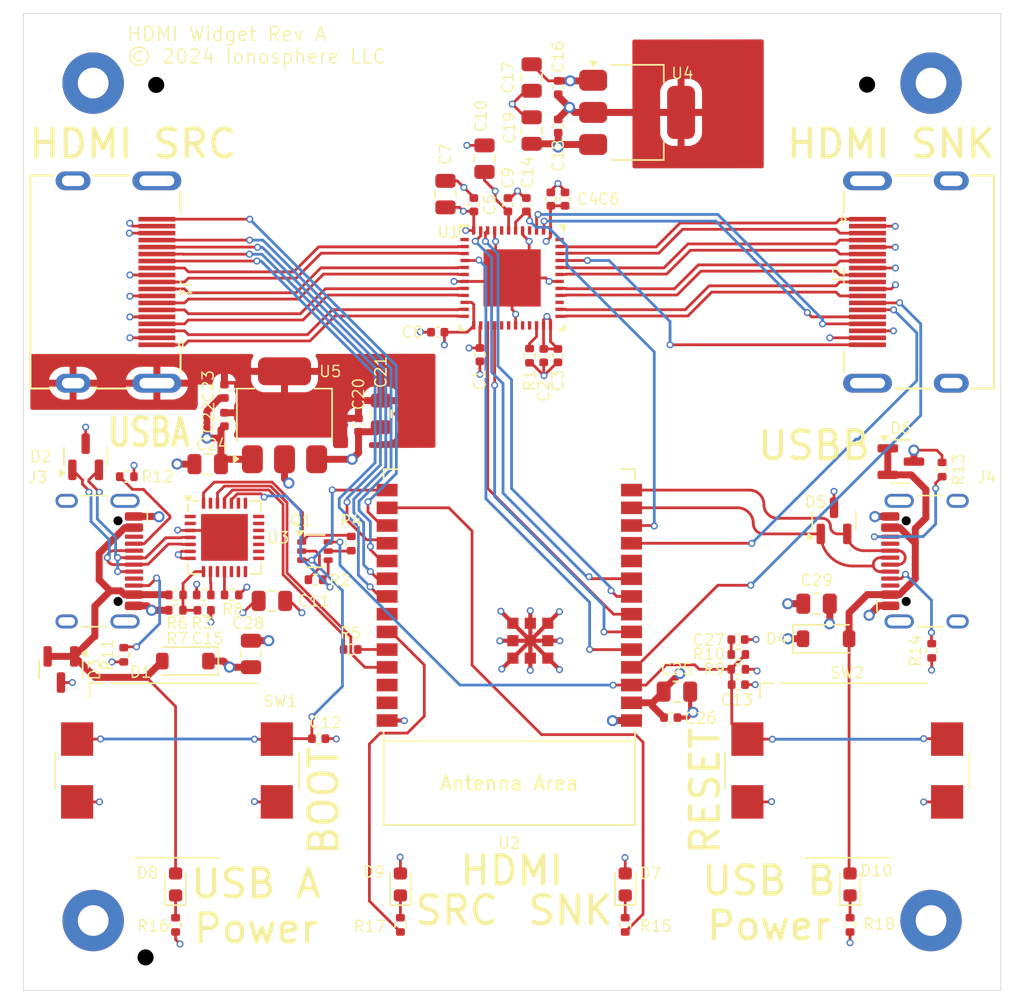
<source format=kicad_pcb>
(kicad_pcb (version 20240108) (generator "pcbnew") (generator_version "8.0")
  (layers (0 "F.Cu" signal) (1 "In1.Cu" power) (2 "In2.Cu" power) (31 "B.Cu" signal) (34 "B.Paste" user) (35 "F.Paste" user) (36 "B.SilkS" user "B.Silkscreen") (37 "F.SilkS" user "F.Silkscreen") (38 "B.Mask" user) (39 "F.Mask" user) (44 "Edge.Cuts" user))
  (net 0 "")
  (net 1 "+1V2")
  (net 2 "GND")
  (net 3 "+3V3")
  (net 4 "+5V")
  (net 5 "/OE")
  (net 6 "/IN_CLKP")
  (net 7 "/SDA_SRC")
  (net 8 "/HPD_SRC")
  (net 9 "/IN_D0P")
  (net 10 "/IN_D2P")
  (net 11 "/UTILITY_SRC")
  (net 12 "/SCL_SRC")
  (net 13 "/IN_D2N")
  (net 14 "/CEC_SRC")
  (net 15 "/IN_CLKN")
  (net 16 "/IN_D1N")
  (net 17 "/IN_D1P")
  (net 18 "/IN_D0N")
  (net 19 "/SCL_SNK")
  (net 20 "/UTILITY_SNK")
  (net 21 "/OUT_D1N")
  (net 22 "/OUT_D2N")
  (net 23 "/HPD_SNK")
  (net 24 "/OUT_D1P")
  (net 25 "/OUT_D2P")
  (net 26 "/OUT_CLKP")
  (net 27 "/CEC_SNK")
  (net 28 "/OUT_CLKN")
  (net 29 "/OUT_D0P")
  (net 30 "/SDA_SNK")
  (net 31 "/OUT_D0N")
  (net 32 "Net-(U1-VSADJ)")
  (net 35 "/SCL_SRC_RT")
  (net 36 "/SDA_SRC_RT")
  (net 41 "/HPD_SRC_RT")
  (net 43 "/SCL_CTL")
  (net 45 "/SDA_CTL")
  (net 47 "/ESP32/BOOT")
  (net 49 "/ESP32/EN")
  (net 50 "VBUSA")
  (net 51 "Net-(C27-Pad1)")
  (net 52 "VBUSB")
  (net 53 "/ESP32/UART_DN")
  (net 54 "/ESP32/UART_DP")
  (net 56 "/ESP32/USB_DN")
  (net 57 "/ESP32/USB_DP")
  (net 58 "Net-(Q1B-B2)")
  (net 59 "Net-(Q1A-B1)")
  (net 60 "/ESP32/RTS")
  (net 61 "/ESP32/DTR")
  (net 62 "Net-(U3-~{RST})")
  (net 63 "/ESP32/UART_RXD")
  (net 64 "Net-(U3-RXD)")
  (net 68 "Net-(U3-VBUS)")
  (net 69 "Net-(U3-~{SUSPEND})")
  (net 70 "Net-(J3-CC2)")
  (net 71 "Net-(J3-CC1)")
  (net 72 "Net-(J4-CC2)")
  (net 73 "Net-(J4-CC1)")
  (net 74 "/ESP32/UART_TXD")
  (net 75 "/ESP32/SPI_DLD_EN")
  (net 94 "Net-(D7-K)")
  (net 95 "Net-(D8-K)")
  (net 96 "Net-(D9-K)")
  (net 97 "Net-(D10-K)")
  (net 98 "/ESP32/IND1")
  (net 99 "/ESP32/IND2")
  (footprint "Capacitor_SMD:C_0402_1005Metric" (layer "F.Cu") (at 82.258 63.716 90)
    (property "Reference" "C5")
    (property "Value" "0.01uF")
  )
  (footprint "Connector_USB:USB_C_Receptacle_HCTL_HC-TYPE-C-16P-01A" (layer "F.Cu") (at 54.175 89.25 -90)
    (property "Reference" "J3")
    (property "Value" "HC-TYPE-C-16P-CH3.18-3A-02")
  )
  (footprint "HDMI Breakout:Fiducial_JLCPCB" (layer "F.Cu") (at 110.42 55.11)
    (property "Reference" "FID3" (hide yes))
    (property "Value" "Tooling TR")
  )
  (footprint "Resistor_SMD:R_0402_1005Metric" (layer "F.Cu") (at 115.79 82.69 -90)
    (property "Reference" "R13")
    (property "Value" "5.1k 1%")
  )
  (footprint "PCM_Espressif:ESP32-C6-WROOM-1" (layer "F.Cu") (at 84.8 92.41 180)
    (property "Reference" "U2")
    (property "Value" "ESP32-C6-WROOM-1")
  )
  (footprint "Capacitor_SMD:C_0402_1005Metric" (layer "F.Cu") (at 82.692 74.456499 -90)
    (property "Reference" "C1")
    (property "Value" "0.1uF")
  )
  (footprint "Resistor_SMD:R_0402_1005Metric" (layer "F.Cu") (at 70.92 90.58)
    (property "Reference" "R2")
    (property "Value" "10k 1%")
  )
  (footprint "Capacitor_SMD:C_0402_1005Metric" (layer "F.Cu") (at 96.36 100.46)
    (property "Reference" "C26")
    (property "Value" "0.1uF")
  )
  (footprint "Resistor_SMD:R_0402_1005Metric" (layer "F.Cu") (at 73.44 95.58)
    (property "Reference" "R5")
    (property "Value" "470 1%")
  )
  (footprint "HDMI Breakout:Fiducial_JLCPCB" (layer "F.Cu") (at 58.75 117.64)
    (property "Reference" "FID2" (hide yes))
    (property "Value" "Tooling TR")
  )
  (footprint "Capacitor_SMD:C_0402_1005Metric" (layer "F.Cu") (at 88.3 55.32 -90)
    (property "Reference" "C16")
    (property "Value" "0.1uF")
  )
  (footprint "Resistor_SMD:R_0402_1005Metric" (layer "F.Cu") (at 62.91766 91.67 180)
    (property "Reference" "R3")
    (property "Value" "10k 1%")
  )
  (footprint "Resistor_SMD:R_0402_1005Metric" (layer "F.Cu") (at 93.1 115.31 -90)
    (property "Reference" "R15")
    (property "Value" "310")
  )
  (footprint "LED_SMD:LED_0603_1608Metric" (layer "F.Cu") (at 77 112.4125 90)
    (property "Reference" "D9")
    (property "Value" "BLU LED")
  )
  (footprint "Capacitor_SMD:C_0402_1005Metric" (layer "F.Cu") (at 88.788 63.3115 90)
    (property "Reference" "C6")
    (property "Value" "0.01uF")
  )
  (footprint "Capacitor_SMD:C_0805_2012Metric" (layer "F.Cu") (at 86.4 58.4 90)
    (property "Reference" "C19")
    (property "Value" "10uF 10V X5R")
  )
  (footprint "MountingHole:MountingHole_2.2mm_M2_Pad" (layer "F.Cu") (at 115 55)
    (property "Reference" "H2" (hide yes))
    (property "Value" "TR")
  )
  (footprint "Capacitor_SMD:C_0402_1005Metric" (layer "F.Cu") (at 87.772 63.3115 90)
    (property "Reference" "C4")
    (property "Value" "0.1uF")
  )
  (footprint "LED_SMD:LED_0603_1608Metric" (layer "F.Cu") (at 93.1 112.4125 90)
    (property "Reference" "D7")
    (property "Value" "YEL LED")
  )
  (footprint "Capacitor_SMD:C_0805_2012Metric" (layer "F.Cu") (at 67.8 92.1)
    (property "Reference" "C11")
    (property "Value" "10uF 10V X5R")
  )
  (footprint "Resistor_SMD:R_0402_1005Metric" (layer "F.Cu") (at 86.248 74.53 90)
    (property "Reference" "R1")
    (property "Value" "7.06k 1%")
  )
  (footprint "Capacitor_SMD:C_0402_1005Metric" (layer "F.Cu") (at 88.28 74.528 -90)
    (property "Reference" "C3")
    (property "Value" "0.1uF")
  )
  (footprint "Package_TO_SOT_SMD:SOT-363_SC-70-6" (layer "F.Cu") (at 70.88 88.53)
    (property "Reference" "Q1")
    (property "Value" "BC847BDW1T1G")
  )
  (footprint "HDMI Breakout:HC-HDMI0019T-1" (layer "F.Cu") (at 59.56 69.25 -90)
    (property "Reference" "J1")
    (property "Value" "HC-HDMI0019T-1")
  )
  (footprint "LED_SMD:LED_0603_1608Metric" (layer "F.Cu") (at 109.2 112.4125 90)
    (property "Reference" "D10")
    (property "Value" "GRN LED")
  )
  (footprint "Capacitor_SMD:C_0402_1005Metric" (layer "F.Cu") (at 101.2 98.1)
    (property "Reference" "C13")
    (property "Value" "0.1uF")
  )
  (footprint "Diode_SMD:D_SOD-123" (layer "F.Cu") (at 107.48 94.81)
    (property "Reference" "D4")
    (property "Value" "1N5819HW-7-F")
  )
  (footprint "Capacitor_SMD:C_0805_2012Metric" (layer "F.Cu") (at 96.8 98.6)
    (property "Reference" "C25")
    (property "Value" "10uF 10V X5R")
  )
  (footprint "Capacitor_SMD:C_0805_2012Metric" (layer "F.Cu") (at 106.8 92.3)
    (property "Reference" "C29")
    (property "Value" "10uF 10V X5R")
  )
  (footprint "Resistor_SMD:R_0402_1005Metric" (layer "F.Cu") (at 60.91766 92.77)
    (property "Reference" "R7")
    (property "Value" "4.75k 1%")
  )
  (footprint "Resistor_SMD:R_0402_1005Metric" (layer "F.Cu") (at 60.9 115.31 -90)
    (property "Reference" "R16")
    (property "Value" "310")
  )
  (footprint "Capacitor_SMD:C_0402_1005Metric" (layer "F.Cu") (at 74 79.5 90)
    (property "Reference" "C20")
    (property "Value" "0.1uF")
  )
  (footprint "MountingHole:MountingHole_2.2mm_M2_Pad" (layer "F.Cu") (at 115 115)
    (property "Reference" "H4" (hide yes))
    (property "Value" "BR")
  )
  (footprint "Capacitor_SMD:C_0805_2012Metric" (layer "F.Cu") (at 66.3 95.9 90)
    (property "Reference" "C28")
    (property "Value" "10uF 10V X5R")
  )
  (footprint "Diode_SMD:D_SOD-123" (layer "F.Cu") (at 61.6 96.41 180)
    (property "Reference" "D1")
    (property "Value" "1N5819HW-7-F")
  )
  (footprint "Package_TO_SOT_SMD:SOT-223" (layer "F.Cu") (at 93.95 57.1)
    (property "Reference" "U4")
    (property "Value" "AP2114HA-1.2TRG1")
  )
  (footprint "Capacitor_SMD:C_0402_1005Metric" (layer "F.Cu") (at 86.02 63.716 90)
    (property "Reference" "C14")
    (property "Value" "0.1uF")
  )
  (footprint "Package_TO_SOT_SMD:SOT-23" (layer "F.Cu") (at 108.05 86.3625 90)
    (property "Reference" "D5")
    (property "Value" "CDSOT23-SM712")
  )
  (footprint "Resistor_SMD:R_0402_1005Metric" (layer "F.Cu") (at 101.2 95.94)
    (property "Reference" "R10")
    (property "Value" "10k 1%")
  )
  (footprint "Resistor_SMD:R_0402_1005Metric" (layer "F.Cu") (at 73.48 87.99 -90)
    (property "Reference" "R4")
    (property "Value" "10k 1%")
  )
  (footprint "HDMI Breakout:Fiducial_JLCPCB" (layer "F.Cu") (at 59.51 55.13)
    (property "Reference" "FID1" (hide yes))
    (property "Value" "Tooling TL")
  )
  (footprint "Resistor_SMD:R_0402_1005Metric" (layer "F.Cu") (at 60.92766 91.67)
    (property "Reference" "R6")
    (property "Value" "22.1k 1%")
  )
  (footprint "Package_TO_SOT_SMD:SOT-223" (layer "F.Cu") (at 68.7 78.8 90)
    (property "Reference" "U5")
    (property "Value" "AP2114HA-3.3TRG1")
  )
  (footprint "Capacitor_SMD:C_0402_1005Metric" (layer "F.Cu") (at 71.145 101.97)
    (property "Reference" "C12")
    (property "Value" "0.1uF")
  )
  (footprint "Connector_USB:USB_C_Receptacle_HCTL_HC-TYPE-C-16P-01A" (layer "F.Cu") (at 115.825 89.25 90)
    (property "Reference" "J4")
    (property "Value" "HC-TYPE-C-16P-CH3.18-3A-02")
  )
  (footprint "Capacitor_SMD:C_0402_1005Metric" (layer "F.Cu") (at 64.4 77.08 90)
    (property "Reference" "C23")
    (property "Value" "0.1uF")
  )
  (footprint "Package_TO_SOT_SMD:SOT-23" (layer "F.Cu") (at 54.46 81.77 90)
    (property "Reference" "D2")
    (property "Value" "CDSOT23-SM712")
  )
  (footprint "HDMI Breakout:SW_SPST_Omron_B3FS-4000" (layer "F.Cu") (at 109 104.25)
    (property "Reference" "SW2")
    (property "Value" "B3FS-4055P")
  )
  (footprint "MountingHole:MountingHole_2.2mm_M2_Pad" (layer "F.Cu") (at 55 55)
    (property "Reference" "H1" (hide yes))
    (property "Value" "TL")
  )
  (footprint "Resistor_SMD:R_0402_1005Metric" (layer "F.Cu") (at 57.41 83.2 180)
    (property "Reference" "R12")
    (property "Value" "5.1k 1%")
  )
  (footprint "Capacitor_SMD:C_0402_1005Metric" (layer "F.Cu") (at 88.3 58.08 90)
    (property "Reference" "C18")
    (property "Value" "0.1uF")
  )
  (footprint "Capacitor_SMD:C_0402_1005Metric" (layer "F.Cu") (at 87.264 74.528 -90)
    (property "Reference" "C2")
    (property "Value" "0.1uF")
  )
  (footprint "Capacitor_SMD:C_0402_1005Metric" (layer "F.Cu") (at 79.672 72.846999 180)
    (property "Reference" "C8")
    (property "Value" "0.1uF")
  )
  (footprint "Capacitor_SMD:C_0805_2012Metric" (layer "F.Cu") (at 83.02 60.414 90)
    (property "Reference" "C10")
    (property "Value" "10uF 10V X5R")
  )
  (footprint "Resistor_SMD:R_0402_1005Metric" (layer "F.Cu") (at 101.2 97)
    (property "Reference" "R9")
    (property "Value" "0")
  )
  (footprint "Capacitor_SMD:C_0805_2012Metric" (layer "F.Cu") (at 80.226 62.954 90)
    (property "Reference" "C7")
    (property "Value" "10uF 10V X5R")
  )
  (footprint "Capacitor_SMD:C_0402_1005Metric" (layer "F.Cu") (at 64.4 79.1 90)
    (property "Reference" "C22")
    (property "Value" "0.1uF")
  )
  (footprint "LED_SMD:LED_0603_1608Metric" (layer "F.Cu") (at 60.9 112.4125 90)
    (property "Reference" "D8")
    (property "Value" "RED LED")
  )
  (footprint "MountingHole:MountingHole_2.2mm_M2_Pad" (layer "F.Cu") (at 55 115)
    (property "Reference" "H3" (hide yes))
    (property "Value" "BL")
  )
  (footprint "Package_TO_SOT_SMD:SOT-23" (layer "F.Cu") (at 112.84 82.12)
    (property "Reference" "D6")
    (property "Value" "CDSOT23-SM712")
  )
  (footprint "Capacitor_SMD:C_0805_2012Metric" (layer "F.Cu") (at 86.4 54.6 -90)
    (property "Reference" "C17")
    (property "Value" "10uF 10V X5R")
  )
  (footprint "Resistor_SMD:R_0402_1005Metric" (layer "F.Cu") (at 109.2 115.31 -90)
    (property "Reference" "R18")
    (property "Value" "310")
  )
  (footprint "Resistor_SMD:R_0402_1005Metric" (layer "F.Cu") (at 115.05 95.67 90)
    (property "Reference" "R14")
    (property "Value" "5.1k 1%")
  )
  (footprint "Resistor_SMD:R_0402_1005Metric" (layer "F.Cu") (at 64.91766 91.67 180)
    (property "Reference" "R8")
    (property "Value" "10k 1%")
  )
  (footprint "HDMI Breakout:HC-HDMI0019T-1" (layer "F.Cu") (at 110.45 69.25 90)
    (property "Reference" "J2")
    (property "Value" "HC-HDMI0019T-1")
  )
  (footprint "Capacitor_SMD:C_0402_1005Metric" (layer "F.Cu") (at 101.18 94.87)
    (property "Reference" "C27")
    (property "Value" "1uF")
  )
  (footprint "Resistor_SMD:R_0402_1005Metric" (layer "F.Cu") (at 77 115.31 -90)
    (property "Reference" "R17")
    (property "Value" "310")
  )
  (footprint "Capacitor_SMD:C_0805_2012Metric" (layer "F.Cu") (at 75.6 78.7 90)
    (property "Reference" "C21")
    (property "Value" "10uF 10V X5R")
  )
  (footprint "Capacitor_SMD:C_0402_1005Metric" (layer "F.Cu") (at 62.94766 92.77)
    (property "Reference" "C15")
    (property "Value" "1uF")
  )
  (footprint "HDMI Breakout:RGZ0048B_NV" (layer "F.Cu") (at 84.999999 68.959999)
    (property "Reference" "U1")
    (property "Value" "TMDS171IRGZT")
  )
  (footprint "Capacitor_SMD:C_0402_1005Metric" (layer "F.Cu") (at 84.7 63.716 90)
    (property "Reference" "C9")
    (property "Value" "0.1uF")
  )
  (footprint "HDMI Breakout:SW_SPST_Omron_B3FS-4000" (layer "F.Cu") (at 61 104.25)
    (property "Reference" "SW1")
    (property "Value" "B3FS-4055P")
  )
  (footprint "Capacitor_SMD:C_0805_2012Metric" (layer "F.Cu") (at 63.2 82.3 180)
    (property "Reference" "C24")
    (property "Value" "10uF 10V X5R")
  )
  (footprint "Package_TO_SOT_SMD:SOT-23" (layer "F.Cu") (at 52.69 97.0125 -90)
    (property "Reference" "D3")
    (property "Value" "CDSOT23-SM712")
  )
  (footprint "Package_DFN_QFN:QFN-28-1EP_5x5mm_P0.5mm_EP3.35x3.35mm" (layer "F.Cu") (at 64.4 87.55)
    (property "Reference" "U3")
    (property "Value" "CP2102N-A02-GQFN28R")
  )
  (footprint "Resistor_SMD:R_0402_1005Metric" (layer "F.Cu") (at 57.19 95.96 90)
    (property "Reference" "R11")
    (property "Value" "5.1k 1%")
  )
  (gr_rect (start 50 50) (end 120 120) (stroke (width 0.05)) (fill none) (layer "Edge.Cuts"))
  (gr_text "SNK" (at 85.97 115.45 0) (layer "F.SilkS") (effects (font (size 2 2) (thickness 0.3)) (justify left bottom)))
  (gr_text "HDMI" (at 81.11 112.59 0) (layer "F.SilkS") (effects (font (size 2 2) (thickness 0.3)) (justify left bottom)))
  (gr_text "USBB" (at 102.43 82.14 0) (layer "F.SilkS") (effects (font (size 2 2) (thickness 0.3)) (justify left bottom)))
  (gr_text "BOOT" (at 72.68 110.48 90) (layer "F.SilkS") (effects (font (size 2 2) (thickness 0.3)) (justify left bottom)))
  (gr_text "HDMI SRC" (at 50.27 60.52 0) (layer "F.SilkS") (effects (font (size 2 2) (thickness 0.3)) (justify left bottom)))
  (gr_text "RESET" (at 99.99 110.43 90) (layer "F.SilkS") (effects (font (size 2 2) (thickness 0.3)) (justify left bottom)))
  (gr_text "USBA" (at 55.9 81.2 0) (layer "F.SilkS") (effects (font (size 2 1.5) (thickness 0.3)) (justify left bottom)))
  (gr_text "HDMI Widget Rev A\n© 2024 Ionosphere LLC" (at 57.36 53.68 0) (layer "F.SilkS") (effects (font (size 1 1) (thickness 0.1)) (justify left bottom)))
  (gr_text "SRC" (at 77.88 115.45 0) (layer "F.SilkS") (effects (font (size 2 2) (thickness 0.3)) (justify left bottom)))
  (gr_text "USB A\nPower" (at 66.65 116.75 0) (layer "F.SilkS") (effects (font (size 2 2) (thickness 0.3)) (justify bottom)))
  (gr_text "USB B\nPower" (at 103.4 116.54 0) (layer "F.SilkS") (effects (font (size 2 2) (thickness 0.3)) (justify bottom)))
  (gr_text "HDMI SNK" (at 104.5 60.52 0) (layer "F.SilkS") (effects (font (size 2 2) (thickness 0.3)) (justify left bottom)))
  (segment (start 82.242 64.18) (end 82.258 64.196) (width 0.2) (layer "F.Cu") (net 1))
  (segment (start 88.47 59.4) (end 88.29 59.58) (width 0.5) (layer "F.Cu") (net 1))
  (segment (start 88.06 59.35) (end 88.29 59.58) (width 0.5) (layer "F.Cu") (net 1))
  (segment (start 87.25 71.96) (end 87.49 71.72) (width 0.2) (layer "F.Cu") (net 1))
  (segment (start 82.692 72.417998) (end 82.749998 72.36) (width 0.2) (layer "F.Cu") (net 1))
  (segment (start 88.788 63.7915) (end 87.772 63.7915) (width 0.2) (layer "F.Cu") (net 1))
  (segment (start 90.8 59.4) (end 88.47 59.4) (width 0.5) (layer "F.Cu") (net 1))
  (segment (start 87.25 72.36) (end 87.25 71.96) (width 0.2) (layer "F.Cu") (net 1))
  (segment (start 81.680002 65.559998) (end 81.68 65.56) (width 0.2) (layer "F.Cu") (net 1))
  (segment (start 82.249999 65.559998) (end 81.680002 65.559998) (width 0.2) (layer "F.Cu") (net 1))
  (segment (start 87.25 74.034) (end 87.264 74.048) (width 0.2) (layer "F.Cu") (net 1))
  (segment (start 87.749999 65.559998) (end 87.749999 66.030001) (width 0.2) (layer "F.Cu") (net 1))
  (segment (start 87.749999 72.36) (end 87.749999 71.979999) (width 0.2) (layer "F.Cu") (net 1))
  (segment (start 82.249999 64.204001) (end 82.258 64.196) (width 0.2) (layer "F.Cu") (net 1))
  (segment (start 87.749999 65.559998) (end 87.749999 63.813501) (width 0.2) (layer "F.Cu") (net 1))
  (segment (start 88.3 59.57) (end 88.29 59.58) (width 0.5) (layer "F.Cu") (net 1))
  (segment (start 87.749999 63.813501) (end 87.772 63.7915) (width 0.2) (layer "F.Cu") (net 1))
  (segment (start 82.692 73.976499) (end 81.913501 73.976499) (width 0.2) (layer "F.Cu") (net 1))
  (segment (start 81.913501 73.976499) (end 81.91 73.98) (width 0.2) (layer "F.Cu") (net 1))
  (segment (start 87.25 72.36) (end 87.25 74.034) (width 0.2) (layer "F.Cu") (net 1))
  (segment (start 81.51 64.18) (end 82.242 64.18) (width 0.2) (layer "F.Cu") (net 1))
  (segment (start 87.749999 73.517999) (end 88.28 74.048) (width 0.2) (layer "F.Cu") (net 1))
  (segment (start 81.234 63.904) (end 81.51 64.18) (width 0.2) (layer "F.Cu") (net 1))
  (segment (start 87.749999 72.36) (end 87.749999 73.517999) (width 0.2) (layer "F.Cu") (net 1))
  (segment (start 87.749999 66.030001) (end 87.44 66.34) (width 0.2) (layer "F.Cu") (net 1))
  (segment (start 82.249999 65.559998) (end 82.249999 64.204001) (width 0.2) (layer "F.Cu") (net 1))
  (segment (start 87.264 74.048) (end 88.28 74.048) (width 0.2) (layer "F.Cu") (net 1))
  (segment (start 88.3 58.56) (end 88.3 59.57) (width 0.5) (layer "F.Cu") (net 1))
  (segment (start 87.749999 71.979999) (end 87.49 71.72) (width 0.2) (layer "F.Cu") (net 1))
  (segment (start 82.692 73.976499) (end 82.692 72.417998) (width 0.2) (layer "F.Cu") (net 1))
  (segment (start 80.226 63.904) (end 81.234 63.904) (width 0.2) (layer "F.Cu") (net 1))
  (segment (start 86.4 59.35) (end 88.06 59.35) (width 0.5) (layer "F.Cu") (net 1))
  (via (at 87.49 71.72) (size 0.5) (drill 0.3) (layers "F.Cu" "B.Cu") (net 1))
  (via (at 81.51 64.18) (size 0.5) (drill 0.3) (layers "F.Cu" "B.Cu") (net 1))
  (via (at 88.29 59.58) (size 0.8) (drill 0.5) (layers "F.Cu" "B.Cu") (net 1))
  (via (at 81.91 73.98) (size 0.5) (drill 0.3) (layers "F.Cu" "B.Cu") (net 1))
  (via (at 87.44 66.34) (size 0.5) (drill 0.3) (layers "F.Cu" "B.Cu") (net 1))
  (via (at 81.68 65.56) (size 0.5) (drill 0.3) (layers "F.Cu" "B.Cu") (net 1))
  (segment (start 87.555 96.2) (end 87.57 96.2) (width 0.3) (layer "F.Cu") (net 2))
  (segment (start 68.7 81.95) (end 68.7 83.35) (width 0.5) (layer "F.Cu") (net 2))
  (segment (start 88.3 57.6) (end 88.3 57.55) (width 0.5) (layer "F.Cu") (net 2))
  (segment (start 88.4 69.209999) (end 87.650001 69.209999) (width 0.2) (layer "F.Cu") (net 2))
  (segment (start 82.692 75.87) (end 82.692 74.936499) (width 0.2) (layer "F.Cu") (net 2))
  (segment (start 82.258 63.188) (end 81.55 62.48) (width 0.2) (layer "F.Cu") (net 2))
  (segment (start 72.39 101.97) (end 72.41 101.99) (width 0.2) (layer "F.Cu") (net 2))
  (segment (start 77.27 100.67) (end 77.28 100.68) (width 0.3) (layer "F.Cu") (net 2))
  (segment (start 85.96 57.45) (end 85.01 56.5) (width 0.2) (layer "F.Cu") (net 2))
  (segment (start 86.4 55.55) (end 85.96 55.55) (width 0.2) (layer "F.Cu") (net 2))
  (segment (start 83.02 59.464) (end 81.764 59.464) (width 0.2) (layer "F.Cu") (net 2))
  (segment (start 86.305 94.95) (end 85.055 96.2) (width 0.3) (layer "F.Cu") (net 2))
  (segment (start 111.25 92.45) (end 110.57 93.13) (width 0.5) (layer "F.Cu") (net 2))
  (segment (start 89.47 57.1) (end 89.11 56.74) (width 0.5) (layer "F.Cu") (net 2))
  (segment (start 97.58 100.46) (end 97.96 100.08) (width 0.3) (layer "F.Cu") (net 2))
  (segment (start 86.305 93.7) (end 86.305 92.805) (width 0.3) (layer "F.Cu") (net 2))
  (segment (start 116.15 106.5) (end 114.48 106.5) (width 0.2) (layer "F.Cu") (net 2))
  (segment (start 96.84 100.46) (end 97.58 100.46) (width 0.3) (layer "F.Cu") (net 2))
  (segment (start 113.7775 81.3075) (end 113.77 81.3) (width 0.5) (layer "F.Cu") (net 2))
  (segment (start 85.25 71.48) (end 84.999999 71.229999) (width 0.2) (layer "F.Cu") (net 2))
  (segment (start 68.7 83.35) (end 69.01 83.66) (width 0.5) (layer "F.Cu") (net 2))
  (segment (start 115.05 97.05) (end 115.04 97.06) (width 0.2) (layer "F.Cu") (net 2))
  (segment (start 88.3 55.8) (end 88.3 55.93) (width 0.5) (layer "F.Cu") (net 2))
  (segment (start 110.45 65.25) (end 112.43 65.25) (width 0.2) (layer "F.Cu") (net 2))
  (segment (start 59.56 65.75) (end 57.59 65.75) (width 0.2) (layer "F.Cu") (net 2))
  (segment (start 114.48 106.5) (end 114.47 106.51) (width 0.2) (layer "F.Cu") (net 2))
  (segment (start 115.41 81.3) (end 113.77 81.3) (width 0.2) (layer "F.Cu") (net 2))
  (segment (start 81.074 62.004) (end 81.55 62.48) (width 0.2) (layer "F.Cu") (net 2))
  (segment (start 87.264 75.944) (end 87.28 75.96) (width 0.2) (layer "F.Cu") (net 2))
  (segment (start 57.92 86.05) (end 59.69 86.05) (width 0.5) (layer "F.Cu") (net 2))
  (segment (start 79.192 72.846999) (end 78.446999 72.846999) (width 0.2) (layer "F.Cu") (net 2))
  (segment (start 57.92 92.45) (end 58.86 92.45) (width 0.5) (layer "F.Cu") (net 2))
  (segment (start 85.96 55.55) (end 85.01 56.5) (width 0.2) (layer "F.Cu") (net 2))
  (segment (start 85.055 93.7) (end 85.05 93.7) (width 0.3) (layer "F.Cu") (net 2))
  (segment (start 57.65 70.25) (end 57.63 70.27) (width 0.2) (layer "F.Cu") (net 2))
  (segment (start 85.04 96.2) (end 84.26 96.98) (width 0.3) (layer "F.Cu") (net 2))
  (segment (start 69.1 92.1) (end 69.95 92.95) (width 0.2) (layer "F.Cu") (net 2))
  (segment (start 60.9 116.36) (end 61.22 116.68) (width 0.2) (layer "F.Cu") (net 2))
  (segment (start 90.8 57.1) (end 89.47 57.1) (width 0.5) (layer "F.Cu") (net 2))
  (segment (start 84.13 94.95) (end 84.12 94.96) (width 0.3) (layer "F.Cu") (net 2))
  (segment (start 86.305 94.95) (end 87.555 93.7) (width 0.3) (layer "F.Cu") (net 2))
  (segment (start 63.9 87.05) (end 61.95 87.05) (width 0.2) (layer "F.Cu") (net 2))
  (segment (start 83.82 66.35) (end 83.82 67.78) (width 0.2) (layer "F.Cu") (net 2))
  (segment (start 86.305 92.805) (end 86.3 92.8) (width 0.3) (layer "F.Cu") (net 2))
  (segment (start 84.7 63.236) (end 84.884 63.236) (width 0.2) (layer "F.Cu") (net 2))
  (segment (start 63.42766 92.77) (end 63.42766 93.60766) (width 0.2) (layer "F.Cu") (net 2))
  (segment (start 87.772 62.708) (end 88.28 62.2) (width 0.2) (layer "F.Cu") (net 2))
  (segment (start 78.446999 72.846999) (end 78.43 72.83) (width 0.2) (layer "F.Cu") (net 2))
  (segment (start 101.68 98.1) (end 102.41 98.1) (width 0.2) (layer "F.Cu") (net 2))
  (segment (start 59.56 73.25) (end 57.63 73.25) (width 0.2) (layer "F.Cu") (net 2))
  (segment (start 107.75 93.72) (end 107.73 93.74) (width 0.5) (layer "F.Cu") (net 2))
  (segment (start 52.69 97.95) (end 53.51 97.95) (width 0.2) (layer "F.Cu") (net 2))
  (segment (start 86.22 66.33) (end 86.22 67.739998) (width 0.2) (layer "F.Cu") (net 2))
  (segment (start 81.599998 69.209999) (end 84.749999 69.209999) (width 0.2) (layer "F.Cu") (net 2))
  (segment (start 88.41 94.95) (end 88.42 94.96) (width 0.3) (layer "F.Cu") (net 2))
  (segment (start 61.95 87.05) (end 61.08 87.05) (width 0.2) (layer "F.Cu") (net 2))
  (segment (start 107.75 92.3) (end 107.75 93.72) (width 0.5) (layer "F.Cu") (net 2))
  (segment (start 110.45 66.75) (end 112.43 66.75) (width 0.2) (layer "F.Cu") (net 2))
  (segment (start 53.85 106.5) (end 55.45 106.5) (width 0.2) (layer "F.Cu") (net 2))
  (segment (start 59.56 71.75) (end 57.63 71.75) (width 0.2) (layer "F.Cu") (net 2))
  (segment (start 66.57 106.5) (end 66.55 106.48) (width 0.2) (layer "F.Cu") (net 2))
  (segment (start 85.249999 72.36) (end 85.249999 71.560001) (width 0.2) (layer "F.Cu") (net 2))
  (segment (start 65.44 91.67) (end 66 91.11) (width 0.2) (layer "F.Cu") (net 2))
  (segment (start 102.45 94.87) (end 102.46 94.86) (width 0.2) (layer "F.Cu") (net 2))
  (segment (start 59.56 68.750001) (end 57.630001 68.750001) (width 0.2) (layer "F.Cu") (net 2))
  (segment (start 88.3 57.55) (end 89.11 56.74) (width 0.5) (layer "F.Cu") (net 2))
  (segment (start 64.4 87.55) (end 63.9 87.05) (width 0.2) (layer "F.Cu") (net 2))
  (segment (start 86.36 75.04) (end 87.28 75.96) (width 0.2) (layer "F.Cu") (net 2))
  (segment (start 113.7775 82.12) (end 113.7775 81.3075) (width 0.5) (layer "F.Cu") (net 2))
  (segment (start 97.75 99.87) (end 97.96 100.08) (width 0.3) (layer "F.Cu") (net 2))
  (segment (start 109.2 115.82) (end 109.2 116.59) (width 0.2) (layer "F.Cu") (net 2))
  (segment (start 86.305 97.065) (end 86.3 97.07) (width 0.3) (layer "F.Cu") (net 2))
  (segment (start 110.45 68.25) (end 112.45 68.25) (width 0.2) (layer "F.Cu") (net 2))
  (segment (start 65.42766 91.67) (end 65.44 91.67) (width 0.2) (layer "F.Cu") (net 2))
  (segment (start 87.57 96.2) (end 88.39 97.02) (width 0.3) (layer "F.Cu") (net 2))
  (segment (start 101.85 106.5) (end 103.56 106.5) (width 0.2) (layer "F.Cu") (net 2))
  (segment (start 59.69 86.05) (end 59.71 86.07) (width 0.5) (layer "F.Cu") (net 2))
  (segment (start 84.749999 69.209999) (end 84.999999 68.959999) (width 0.2) (layer "F.Cu") (net 2))
  (segment (start 115.79 82.18) (end 115.79 81.68) (width 0.2) (layer "F.Cu") (net 2))
  (segment (start 87.56 93.7) (end 88.39 92.87) (width 0.3) (layer "F.Cu") (net 2))
  (segment (start 84.999999 71.229999) (end 84.999999 68.959999) (width 0.2) (layer "F.Cu") (net 2))
  (segment (start 115.05 96.18) (end 115.05 97.05) (width 0.2) (layer "F.Cu") (net 2))
  (segment (start 85.055 96.2) (end 85.04 96.2) (width 0.3) (layer "F.Cu") (net 2))
  (segment (start 87.264 75.008) (end 87.264 75.944) (width 0.2) (layer "F.Cu") (net 2))
  (segment (start 90.8 57.1) (end 97.1 57.1) (width 0.5) (layer "F.Cu") (net 2))
  (segment (start 85.249999 69.209999) (end 84.999999 68.959999) (width 0.2) (layer "F.Cu") (net 2))
  (segment (start 92.2 100.67) (end 92.19 100.68) (width 0.5) (layer "F.Cu") (net 2))
  (segment (start 85.249999 71.560001) (end 85.25 71.56) (width 0.2) (layer "F.Cu") (net 2))
  (segment (start 60.9 115.82) (end 60.9 116.36) (width 0.2) (layer "F.Cu") (net 2))
  (segment (start 87.65 69.21) (end 87.399999 68.959999) (width 0.2) (layer "F.Cu") (net 2))
  (segment (start 85.05 93.7) (end 84.19 92.84) (width 0.3) (layer "F.Cu") (net 2))
  (segment (start 87.650001 69.209999) (end 87.65 69.21) (width 0.2) (layer "F.Cu") (net 2))
  (segment (start 86.305 94.95) (end 85.055 94.95) (width 0.3) (layer "F.Cu") (net 2))
  (segment (start 83.749999 65.559998) (end 83.749999 66.279999) (width 0.2) (layer "F.Cu") (net 2))
  (segment (start 101.66 94.87) (end 102.45 94.87) (width 0.2) (layer "F.Cu") (net 2))
  (segment (start 86.305 94.95) (end 86.305 93.7) (width 0.3) (layer "F.Cu") (net 2))
  (segment (start 112.43 65.25) (end 112.44 65.26) (width 0.2) (layer "F.Cu") (net 2))
  (segment (start 85.25 71.56) (end 85.25 71.48) (width 0.2) (layer "F.Cu") (net 2))
  (segment (start 76.05 100.67) (end 77.27 100.67) (width 0.3) (layer "F.Cu") (net 2))
  (segment (start 88.28 75.008) (end 88.232 75.008) (width 0.2) (layer "F.Cu") (net 2))
  (segment (start 88.788 62.8315) (end 88.788 62.708) (width 0.2) (layer "F.Cu") (net 2))
  (segment (start 110.45 72.75) (end 112.31 72.75) (width 0.2) (layer "F.Cu") (net 2))
  (segment (start 86.305 94.95) (end 85.055 93.7) (width 0.3) (layer "F.Cu") (net 2))
  (segment (start 81.599998 69.209999) (end 80.840001 69.209999) (width 0.2) (layer "F.Cu") (net 2))
  (segment (start 68.15 106.5) (end 66.57 106.5) (width 0.2) (layer "F.Cu") (net 2))
  (segment (start 108.05 85.425) (end 108.05 84.25) (width 0.2) (layer "F.Cu") (net 2))
  (segment (start 83.749999 66.279999) (end 83.82 66.35) (width 0.2) (layer "F.Cu") (net 2))
  (segment (start 54.46 80.8325) (end 54.46 79.65) (width 0.2) (layer "F.Cu") (net 2))
  (segment (start 66.3 94.95) (end 67.57 94.95) (width 0.5) (layer "F.Cu") (net 2))
  (segment (start 115.79 81.68) (end 115.41 81.3) (width 0.2) (layer "F.Cu") (net 2))
  (segment (start 80.840001 69.209999) (end 80.84 69.21) (width 0.2) (layer "F.Cu") (net 2))
  (segment (start 68.75 92.1) (end 69.1 92.1) (width 0.2) (layer "F.Cu") (net 2))
  (segment (start 81.764 59.464) (end 81.76 59.46) (width 0.2) (layer "F.Cu") (net 2))
  (segment (start 57.92 83.2) (end 57.92 82.39) (width 0.2) (layer "F.Cu") (net 2))
  (segment (start 61.02 82.3) (end 61.01 82.29) (width 0.5) (layer "F.Cu") (net 2))
  (segment (start 86.02 63.236) (end 85.896 63.236) (width 0.2) (layer "F.Cu") (net 2))
  (segment (start 59.18 92.77) (end 60.40766 92.77) (width 0.5) (layer "F.Cu") (net 2))
  (segment (start 85.896 63.236) (end 85.39 62.73) (width 0.2) (layer "F.Cu") (net 2))
  (segment (start 87.772 62.8315) (end 87.772 62.708) (width 0.2) (layer "F.Cu") (net 2))
  (segment (start 112.08 92.45) (end 111.25 92.45) (width 0.5) (layer "F.Cu") (net 2))
  (segment (start 86.305 94.95) (end 86.305 96.2) (width 0.3) (layer "F.Cu") (net 2))
  (segment (start 86.305 94.95) (end 87.555 96.2) (width 0.3) (layer "F.Cu") (net 2))
  (segment (start 82.258 63.236) (end 82.258 63.188) (width 0.2) (layer "F.Cu") (net 2))
  (segment (start 97.75 98.6) (end 97.75 99.87) (width 0.3) (layer "F.Cu") (net 2))
  (segment (start 57.19 96.47) (end 56.34 96.47) (width 0.2) (layer "F.Cu") (net 2))
  (segment (start 86.4 57.45) (end 85.96 57.45) (width 0.2) (layer "F.Cu") (net 2))
  (segment (start 93.55 100.67) (end 92.2 100.67) (width 0.5) (layer "F.Cu") (net 2))
  (segment (start 64.4 78.62) (end 65.25 78.62) (width 0.5) (layer "F.Cu") (net 2))
  (segment (start 63.42766 93.60766) (end 63.43 93.61) (width 0.2) (layer "F.Cu") (net 2))
  (segment (start 58.86 92.45) (end 59.18 92.77) (width 0.5) (layer "F.Cu") (net 2))
  (segment (start 112.08 86.05) (end 110.99 86.05) (width 0.5) (layer "F.Cu") (net 2))
  (segment (start 112.43 66.75) (end 112.44 66.76) (width 0.2) (layer "F.Cu") (net 2))
  (segment (start 85.75 65.86) (end 86.22 66.33) (width 0.2) (layer "F.Cu") (net 2))
  (segment (start 88.3 55.93) (end 89.11 56.74) (width 0.5) (layer "F.Cu") (net 2))
  (segment (start 86.305 96.2) (end 86.305 97.065) (width 0.3) (layer "F.Cu") (net 2))
  (segment (start 87.399999 68.959999) (end 84.999999 68.959999) (width 0.2) (layer "F.Cu") (net 2))
  (segment (start 80.226 62.004) (end 81.074 62.004) (width 0.2) (layer "F.Cu") (net 2))
  (segment (start 62.25 82.3) (end 61.02 82.3) (width 0.5) (layer "F.Cu") (net 2))
  (segment (start 110.45 69.749999) (end 112.150001 69.749999) (width 0.2) (layer "F.Cu") (net 2))
  (segment (start 71.625 101.97) (end 72.39 101.97) (width 0.2) (layer "F.Cu") (net 2))
  (segment (start 59.56 70.25) (end 57.65 70.25) (width 0.2) (layer "F.Cu") (net 2))
  (segment (start 86.305 94.95) (end 87.555 94.95) (width 0.3) (layer "F.Cu") (net 2))
  (segment (start 84.884 63.236) (end 85.39 62.73) (width 0.2) (layer "F.Cu") (net 2))
  (segment (start 88.788 62.708) (end 88.28 62.2) (width 0.2) (layer "F.Cu") (net 2))
  (segment (start 85.055 94.95) (end 84.13 94.95) (width 0.3) (layer "F.Cu") (net 2))
  (segment (start 87.555 93.7) (end 87.56 93.7) (width 0.3) (layer "F.Cu") (net 2))
  (segment (start 61.08 87.05) (end 61.05 87.02) (width 0.2) (layer "F.Cu") (net 2))
  (segment (start 88.232 75.008) (end 87.28 75.96) (width 0.2) (layer "F.Cu") (net 2))
  (segment (start 57.630001 68.750001) (end 57.63 68.75) (width 0.2) (layer "F.Cu") (net 2))
  (segment (start 86.248 75.04) (end 86.36 75.04) (width 0.2) (layer "F.Cu") (net 2))
  (segment (start 83.82 67.78) (end 84.999999 68.959999) (width 0.2) (layer "F.Cu") (net 2))
  (segment (start 86.22 67.739998) (end 84.999999 68.959999) (width 0.2) (layer "F.Cu") (net 2))
  (segment (start 87.555 94.95) (end 88.41 94.95) (width 0.3) (layer "F.Cu") (net 2))
  (segment (start 85.75 65.559998) (end 85.75 65.86) (width 0.2) (layer "F.Cu") (net 2))
  (segment (start 112.150001 69.749999) (end 112.45 69.45) (width 0.2) (layer "F.Cu") (net 2))
  (segment (start 103.56 106.5) (end 103.58 106.48) (width 0.2) (layer "F.Cu") (net 2))
  (via (at 81.76 59.46) (size 0.5) (drill 0.3) (layers "F.Cu" "B.Cu") (net 2))
  (via (at 66.55 106.48) (size 0.5) (drill 0.3) (layers "F.Cu" "B.Cu") (net 2))
  (via (at 88.39 97.02) (size 0.5) (drill 0.3) (layers "F.Cu" "B.Cu") (net 2))
  (via (at 107.73 93.74) (size 0.8) (drill 0.5) (layers "F.Cu" "B.Cu") (net 2))
  (via (at 112.31 72.75) (size 0.5) (drill 0.3) (layers "F.Cu" "B.Cu") (net 2))
  (via (at 57.63 70.27) (size 0.5) (drill 0.3) (layers "F.Cu" "B.Cu") (net 2))
  (via (at 53.51 97.95) (size 0.5) (drill 0.3) (layers "F.Cu" "B.Cu") (net 2))
  (via (at 92.19 100.68) (size 0.8) (drill 0.5) (layers "F.Cu" "B.Cu") (net 2))
  (via (at 69.01 83.66) (size 0.8) (drill 0.5) (layers "F.Cu" "B.Cu") (net 2))
  (via (at 108.05 84.25) (size 0.5) (drill 0.3) (layers "F.Cu" "B.Cu") (net 2))
  (via (at 86.22 66.33) (size 0.5) (drill 0.3) (layers "F.Cu" "B.Cu") (net 2))
  (via (at 61.05 87.02) (size 0.5) (drill 0.3) (layers "F.Cu" "B.Cu") (net 2))
  (via (at 115.04 97.06) (size 0.5) (drill 0.3) (layers "F.Cu" "B.Cu") (net 2))
  (via (at 57.59 65.75) (size 0.5) (drill 0.3) (layers "F.Cu" "B.Cu") (net 2))
  (via (at 57.92 82.39) (size 0.5) (drill 0.3) (layers "F.Cu" "B.Cu") (net 2))
  (via (at 63.43 93.61) (size 0.5) (drill 0.3) (layers "F.Cu" "B.Cu") (net 2))
  (via (at 112.44 66.76) (size 0.5) (drill 0.3) (layers "F.Cu" "B.Cu") (net 2))
  (via (at 87.65 69.21) (size 0.5) (drill 0.3) (layers "F.Cu" "B.Cu") (net 2))
  (via (at 88.42 94.96) (size 0.5) (drill 0.3) (layers "F.Cu" "B.Cu") (net 2))
  (via (at 69.95 92.95) (size 0.5) (drill 0.3) (layers "F.Cu" "B.Cu") (net 2))
  (via (at 86.3 92.8) (size 0.5) (drill 0.3) (layers "F.Cu" "B.Cu") (net 2))
  (via (at 85.25 71.56) (size 0.5) (drill 0.3) (layers "F.Cu" "B.Cu") (net 2))
  (via (at 85.01 56.5) (size 0.5) (drill 0.3) (layers "F.Cu" "B.Cu") (net 2))
  (via (at 113.77 81.3) (size 0.8) (drill 0.5) (layers "F.Cu" "B.Cu") (net 2))
  (via (at 83.82 66.35) (size 0.5) (drill 0.3) (layers "F.Cu" "B.Cu") (net 2))
  (via (at 57.63 73.25) (size 0.5) (drill 0.3) (layers "F.Cu" "B.Cu") (net 2))
  (via (at 103.58 106.48) (size 0.5) (drill 0.3) (layers "F.Cu" "B.Cu") (net 2))
  (via (at 67.57 94.95) (size 0.8) (drill 0.5) (layers "F.Cu" "B.Cu") (net 2))
  (via (at 89.11 56.74) (size 0.8) (drill 0.5) (layers "F.Cu" "B.Cu") (net 2))
  (via (at 112.45 68.25) (size 0.5) (drill 0.3) (layers "F.Cu" "B.Cu") (net 2))
  (via (at 66 91.11) (size 0.5) (drill 0.3) (layers "F.Cu" "B.Cu") (net 2))
  (via (at 57.63 68.75) (size 0.5) (drill 0.3) (layers "F.Cu" "B.Cu") (net 2))
  (via (at 55.45 106.5) (size 0.5) (drill 0.3) (layers "F.Cu" "B.Cu") (net 2))
  (via (at 84.12 94.96) (size 0.5) (drill 0.3) (layers "F.Cu" "B.Cu") (net 2))
  (via (at 54.46 79.65) (size 0.5) (drill 0.3) (layers "F.Cu" "B.Cu") (net 2))
  (via (at 59.71 86.07) (size 0.8) (drill 0.5) (layers "F.Cu" "B.Cu") (net 2))
  (via (at 85.39 62.73) (size 0.5) (drill 0.3) (layers "F.Cu" "B.Cu") (net 2))
  (via (at 61.01 82.29) (size 0.8) (drill 0.5) (layers "F.Cu" "B.Cu") (net 2))
  (via (at 109.2 116.59) (size 0.5) (drill 0.3) (layers "F.Cu" "B.Cu") (net 2))
  (via (at 114.47 106.51) (size 0.5) (drill 0.3) (layers "F.Cu" "B.Cu") (net 2))
  (via (at 72.41 101.99) (size 0.5) (drill 0.3) (layers "F.Cu" "B.Cu") (net 2))
  (via (at 112.45 69.45) (size 0.5) (drill 0.3) (layers "F.Cu" "B.Cu") (net 2))
  (via (at 77.28 100.68) (size 0.5) (drill 0.3) (layers "F.Cu" "B.Cu") (net 2))
  (via (at 57.63 71.75) (size 0.5) (drill 0.3) (layers "F.Cu" "B.Cu") (net 2))
  (via (at 87.28 75.96) (size 0.5) (drill 0.3) (layers "F.Cu" "B.Cu") (net 2))
  (via (at 78.43 72.83) (size 0.5) (drill 0.3) (layers "F.Cu" "B.Cu") (net 2))
  (via (at 82.692 75.87) (size 0.5) (drill 0.3) (layers "F.Cu" "B.Cu") (net 2))
  (via (at 88.39 92.87) (size 0.5) (drill 0.3) (layers "F.Cu" "B.Cu") (net 2))
  (via (at 110.98 86.06) (size 0.8) (drill 0.5) (layers "F.Cu" "B.Cu") (net 2))
  (via (at 84.26 96.98) (size 0.5) (drill 0.3) (layers "F.Cu" "B.Cu") (net 2))
  (via (at 86.3 97.07) (size 0.5) (drill 0.3) (layers "F.Cu" "B.Cu") (net 2))
  (via (at 97.96 100.08) (size 0.8) (drill 0.5) (layers "F.Cu" "B.Cu") (net 2))
  (via (at 102.46 94.86) (size 0.5) (drill 0.3) (layers "F.Cu" "B.Cu") (net 2))
  (via (at 102.41 98.1) (size 0.5) (drill 0.3) (layers "F.Cu" "B.Cu") (net 2))
  (via (at 110.57 93.13) (size 0.8) (drill 0.5) (layers "F.Cu" "B.Cu") (net 2))
  (via (at 59.18 92.77) (size 0.8) (drill 0.5) (layers "F.Cu" "B.Cu") (net 2))
  (via (at 81.55 62.48) (size 0.5) (drill 0.3) (layers "F.Cu" "B.Cu") (net 2))
  (via (at 56.34 96.47) (size 0.5) (drill 0.3) (layers "F.Cu" "B.Cu") (net 2))
  (via (at 88.28 62.2) (size 0.5) (drill 0.3) (layers "F.Cu" "B.Cu") (net 2))
  (via (at 84.19 92.84) (size 0.5) (drill 0.3) (layers "F.Cu" "B.Cu") (net 2))
  (via (at 61.22 116.68) (size 0.5) (drill 0.3) (layers "F.Cu" "B.Cu") (net 2))
  (via (at 80.84 69.21) (size 0.5) (drill 0.3) (layers "F.Cu" "B.Cu") (net 2))
  (via (at 112.44 65.26) (size 0.5) (drill 0.3) (layers "F.Cu" "B.Cu") (net 2))
  (arc (start 110.99 86.05) (mid 110.982929 86.052929) (end 110.98 86.06) (width 0.2) (layer "F.Cu") (net 2))
  (segment (start 95.05 99.63) (end 95.88 100.46) (width 0.5) (layer "F.Cu") (net 3))
  (segment (start 61.35 89.05) (end 61.09 88.79) (width 0.2) (layer "F.Cu") (net 3))
  (segment (start 77 111.625) (end 77 110.48) (width 0.2) (layer "F.Cu") (net 3))
  (segment (start 80.152 73.758) (end 80.15 73.76) (width 0.2) (layer "F.Cu") (net 3))
  (segment (start 84.749999 64.245999) (end 84.7 64.196) (width 0.2) (layer "F.Cu") (net 3))
  (segment (start 66.58 92.1) (end 65.73 92.95) (width 0.2) (layer "F.Cu") (net 3))
  (segment (start 84.749999 65.559998) (end 84.749999 64.245999) (width 0.2) (layer "F.Cu") (net 3))
  (segment (start 61.95 89.05) (end 61.35 89.05) (width 0.2) (layer "F.Cu") (net 3))
  (segment (start 95.05 99.4) (end 95.05 99.63) (width 0.5) (layer "F.Cu") (net 3))
  (segment (start 95.05 99.4) (end 95.85 98.6) (width 0.5) (layer "F.Cu") (net 3))
  (segment (start 81.793001 72.846999) (end 82.28 72.36) (width 0.2) (layer "F.Cu") (net 3))
  (segment (start 95.85 98.6) (end 95.85 98.46) (width 0.5) (layer "F.Cu") (net 3))
  (segment (start 83.79 63.286) (end 83.79 62.74) (width 0.2) (layer "F.Cu") (net 3))
  (segment (start 62.40766 91.67) (end 62.40766 90.90234) (width 0.2) (layer "F.Cu") (net 3))
  (segment (start 61.95 88.55) (end 61.33 88.55) (width 0.2) (layer "F.Cu") (net 3))
  (segment (start 82.249999 70.860003) (end 82.099997 70.710001) (width 0.2) (layer "F.Cu") (net 3))
  (segment (start 74 81.49) (end 73.54 81.95) (width 0.5) (layer "F.Cu") (net 3))
  (segment (start 93.1 110.51) (end 93.08 110.49) (width 0.2) (layer "F.Cu") (net 3))
  (segment (start 62.40766 90.90234) (end 62.41 90.9) (width 0.2) (layer "F.Cu") (net 3))
  (segment (start 66.85 92.1) (end 66.58 92.1) (width 0.2) (layer "F.Cu") (net 3))
  (segment (start 75.27 79.98) (end 75.6 79.65) (width 0.5) (layer "F.Cu") (net 3))
  (segment (start 61.33 88.55) (end 61.09 88.79) (width 0.2) (layer "F.Cu") (net 3))
  (segment (start 80.152 72.846999) (end 81.793001 72.846999) (width 0.2) (layer "F.Cu") (net 3))
  (segment (start 93.55 99.4) (end 95.05 99.4) (width 0.5) (layer "F.Cu") (net 3))
  (segment (start 80.152 72.846999) (end 80.152 73.758) (width 0.2) (layer "F.Cu") (net 3))
  (segment (start 82.249999 72.36) (end 82.249999 70.860003) (width 0.2) (layer "F.Cu") (net 3))
  (segment (start 71 81.95) (end 73.54 81.95) (width 0.5) (layer "F.Cu") (net 3))
  (segment (start 82.28 72.36) (end 82.249999 72.36) (width 0.2) (layer "F.Cu") (net 3))
  (segment (start 93.1 111.625) (end 93.1 110.51) (width 0.2) (layer "F.Cu") (net 3))
  (segment (start 83.02 61.364) (end 83.02 61.97) (width 0.2) (layer "F.Cu") (net 3))
  (segment (start 74 79.98) (end 74 81.49) (width 0.5) (layer "F.Cu") (net 3))
  (segment (start 82.099997 70.710001) (end 81.599998 70.710001) (width 0.2) (layer "F.Cu") (net 3))
  (segment (start 74 79.98) (end 75.27 79.98) (width 0.5) (layer "F.Cu") (net 3))
  (segment (start 77 110.48) (end 76.98 110.46) (width 0.2) (layer "F.Cu") (net 3))
  (segment (start 95.85 98.46) (end 97.01 97.3) (width 0.5) (layer "F.Cu") (net 3))
  (segment (start 84.7 64.196) (end 83.79 63.286) (width 0.2) (layer "F.Cu") (net 3))
  (segment (start 101.71 97) (end 102.42 97) (width 0.2) (layer "F.Cu") (net 3))
  (segment (start 83.02 61.97) (end 83.79 62.74) (width 0.2) (layer "F.Cu") (net 3))
  (segment (start 102.42 97) (end 102.54 97.12) (width 0.2) (layer "F.Cu") (net 3))
  (via (at 80.15 73.76) (size 0.5) (drill 0.3) (layers "F.Cu" "B.Cu") (net 3))
  (via (at 62.41 90.9) (size 0.5) (drill 0.3) (layers "F.Cu" "B.Cu") (net 3))
  (via (at 61.09 88.79) (size 0.5) (drill 0.3) (layers "F.Cu" "B.Cu") (net 3))
  (via (at 76.98 110.46) (size 0.5) (drill 0.3) (layers "F.Cu" "B.Cu") (net 3))
  (via (at 73.54 81.95) (size 0.8) (drill 0.5) (layers "F.Cu" "B.Cu") (net 3))
  (via (at 93.08 110.49) (size 0.5) (drill 0.3) (layers "F.Cu" "B.Cu") (net 3))
  (via (at 65.73 92.95) (size 0.5) (drill 0.3) (layers "F.Cu" "B.Cu") (net 3))
  (via (at 83.79 62.74) (size 0.5) (drill 0.3) (layers "F.Cu" "B.Cu") (net 3))
  (via (at 102.54 97.12) (size 0.5) (drill 0.3) (layers "F.Cu" "B.Cu") (net 3))
  (via (at 97.01 97.3) (size 0.8) (drill 0.5) (layers "F.Cu" "B.Cu") (net 3))
  (segment (start 64.77 96.85) (end 64.76 96.84) (width 0.5) (layer "F.Cu") (net 4))
  (segment (start 66.3 96.85) (end 64.77 96.85) (width 0.5) (layer "F.Cu") (net 4))
  (segment (start 105.85 92.3) (end 104.74 92.3) (width 0.5) (layer "F.Cu") (net 4))
  (segment (start 64.15 79.83) (end 64.4 79.58) (width 0.5) (layer "F.Cu") (net 4))
  (segment (start 63.14 78.51) (end 63.14 80.43) (width 0.5) (layer "F.Cu") (net 4))
  (segment (start 90.76 54.84) (end 90.8 54.8) (width 0.2) (layer "F.Cu") (net 4))
  (segment (start 105.83 94.81) (end 104.75 94.81) (width 0.5) (layer "F.Cu") (net 4))
  (segment (start 110.45 73.25) (end 107.75 73.25) (width 0.2) (layer "F.Cu") (net 4))
  (segment (start 86.4 53.65) (end 87.59 54.84) (width 0.2) (layer "F.Cu") (net 4))
  (segment (start 63.25 96.41) (end 64.33 96.41) (width 0.5) (layer "F.Cu") (net 4))
  (segment (start 66.4 81.95) (end 64.5 81.95) (width 0.5) (layer "F.Cu") (net 4))
  (segment (start 64.33 96.41) (end 64.76 96.84) (width 0.5) (layer "F.Cu") (net 4))
  (segment (start 64.5 81.95) (end 64.15 82.3) (width 0.5) (layer "F.Cu") (net 4))
  (segment (start 87.59 54.84) (end 88.3 54.84) (width 0.2) (layer "F.Cu") (net 4))
  (segment (start 59.56 65.25) (end 57.83 65.25) (width 0.2) (layer "F.Cu") (net 4))
  (segment (start 57.83 65.25) (end 57.62 65.04) (width 0.2) (layer "F.Cu") (net 4))
  (segment (start 64.15 80.43) (end 64.15 79.83) (width 0.5) (layer "F.Cu") (net 4))
  (segment (start 88.3 54.84) (end 90.76 54.84) (width 0.5) (layer "F.Cu") (net 4))
  (segment (start 64.4 77.56) (end 64.09 77.56) (width 0.5) (layer "F.Cu") (net 4))
  (segment (start 64.09 77.56) (end 63.14 78.51) (width 0.5) (layer "F.Cu") (net 4))
  (segment (start 64.15 82.3) (end 64.15 80.43) (width 0.5) (layer "F.Cu") (net 4))
  (segment (start 64.15 80.43) (end 63.14 80.43) (width 0.5) (layer "F.Cu") (net 4))
  (via (at 64.76 96.84) (size 0.8) (drill 0.5) (layers "F.Cu" "B.Cu") (net 4))
  (via (at 107.75 73.25) (size 0.5) (drill 0.3) (layers "F.Cu" "B.Cu") (net 4))
  (via (at 104.74 92.3) (size 0.8) (drill 0.5) (layers "F.Cu" "B.Cu") (net 4))
  (via (at 63.14 80.43) (size 0.8) (drill 0.5) (layers "F.Cu" "B.Cu") (net 4))
  (via (at 104.75 94.81) (size 0.8) (drill 0.5) (layers "F.Cu" "B.Cu") (net 4))
  (via (at 57.62 65.04) (size 0.5) (drill 0.3) (layers "F.Cu" "B.Cu") (net 4))
  (via (at 89.16 54.84) (size 0.8) (drill 0.5) (layers "F.Cu" "B.Cu") (net 4))
  (segment (start 93.55 86.7) (end 95.15 86.7) (width 0.2) (layer "F.Cu") (net 5))
  (segment (start 85.249999 64.960001) (end 85.249999 65.559998) (width 0.2) (layer "F.Cu") (net 5))
  (segment (start 86.014 64.196) (end 85.249999 64.960001) (width 0.2) (layer "F.Cu") (net 5))
  (segment (start 86.25 64.87) (end 86.25 64.426) (width 0.2) (layer "F.Cu") (net 5))
  (segment (start 86.02 64.196) (end 86.014 64.196) (width 0.2) (layer "F.Cu") (net 5))
  (segment (start 86.25 64.426) (end 86.02 64.196) (width 0.2) (layer "F.Cu") (net 5))
  (segment (start 95.15 86.7) (end 95.18 86.73) (width 0.2) (layer "F.Cu") (net 5))
  (via (at 86.25 64.87) (size 0.5) (drill 0.3) (layers "F.Cu" "B.Cu") (net 5))
  (via (at 95.18 86.73) (size 0.5) (drill 0.3) (layers "F.Cu" "B.Cu") (net 5))
  (segment (start 88.92 66.67) (end 87.58 65.33) (width 0.2) (layer "B.Cu") (net 5))
  (segment (start 86.71 65.33) (end 86.25 64.87) (width 0.2) (layer "B.Cu") (net 5))
  (segment (start 87.58 65.33) (end 86.71 65.33) (width 0.2) (layer "B.Cu") (net 5))
  (segment (start 95.18 74.26) (end 88.92 68) (width 0.2) (layer "B.Cu") (net 5))
  (segment (start 95.18 86.73) (end 95.18 74.26) (width 0.2) (layer "B.Cu") (net 5))
  (segment (start 88.92 68) (end 88.92 66.67) (width 0.2) (layer "B.Cu") (net 5))
  (segment (start 61.816201 68.975) (end 69.5432 68.975) (width 0.2) (layer "F.Cu") (net 6))
  (segment (start 81.124998 67.184999) (end 81.149999 67.21) (width 0.2) (layer "F.Cu") (net 6))
  (segment (start 69.5432 68.975) (end 71.333201 67.184999) (width 0.2) (layer "F.Cu") (net 6))
  (segment (start 59.56 69.25) (end 61.541201 69.25) (width 0.2) (layer "F.Cu") (net 6))
  (segment (start 81.149999 67.21) (end 81.599998 67.21) (width 0.2) (layer "F.Cu") (net 6))
  (segment (start 71.333201 67.184999) (end 81.124998 67.184999) (width 0.2) (layer "F.Cu") (net 6))
  (segment (start 61.541201 69.25) (end 61.816201 68.975) (width 0.2) (layer "F.Cu") (net 6))
  (segment (start 75.66 89.24) (end 74.85 88.43) (width 0.2) (layer "F.Cu") (net 7))
  (segment (start 66.2 66.25) (end 59.56 66.25) (width 0.2) (layer "F.Cu") (net 7))
  (segment (start 76.05 89.24) (end 75.66 89.24) (width 0.2) (layer "F.Cu") (net 7))
  (segment (start 74.85 88.43) (end 74.85 88.2) (width 0.2) (layer "F.Cu") (net 7))
  (via (at 66.2 66.25) (size 0.5) (drill 0.3) (layers "F.Cu" "B.Cu") (net 7))
  (via (at 74.85 88.2) (size 0.5) (drill 0.3) (layers "F.Cu" "B.Cu") (net 7))
  (segment (start 70.98 70.081177) (end 67.148823 66.25) (width 0.2) (layer "B.Cu") (net 7))
  (segment (start 76.33 75.44) (end 70.98 70.09) (width 0.2) (layer "B.Cu") (net 7))
  (segment (start 76.33 81.52) (end 76.33 75.44) (width 0.2) (layer "B.Cu") (net 7))
  (segment (start 76.33 82.671177) (end 76.33 81.52) (width 0.2) (layer "B.Cu") (net 7))
  (segment (start 74.85 86.43) (end 74.04 85.62) (width 0.2) (layer "B.Cu") (net 7))
  (segment (start 74.04 84.961177) (end 76.33 82.671177) (width 0.2) (layer "B.Cu") (net 7))
  (segment (start 70.98 70.09) (end 70.98 70.081177) (width 0.2) (layer "B.Cu") (net 7))
  (segment (start 74.85 88.2) (end 74.85 86.43) (width 0.2) (layer "B.Cu") (net 7))
  (segment (start 74.04 85.62) (end 74.04 84.961177) (width 0.2) (layer "B.Cu") (net 7))
  (segment (start 67.148823 66.25) (end 66.2 66.25) (width 0.2) (layer "B.Cu") (net 7))
  (segment (start 74.68 85.72) (end 74.68 85) (width 0.2) (layer "F.Cu") (net 8))
  (segment (start 76.05 86.7) (end 75.66 86.7) (width 0.2) (layer "F.Cu") (net 8))
  (segment (start 66.21 64.75) (end 59.56 64.75) (width 0.2) (layer "F.Cu") (net 8))
  (segment (start 75.66 86.7) (end 74.68 85.72) (width 0.2) (layer "F.Cu") (net 8))
  (via (at 66.21 64.75) (size 0.5) (drill 0.3) (layers "F.Cu" "B.Cu") (net 8))
  (via (at 74.68 85) (size 0.5) (drill 0.3) (layers "F.Cu" "B.Cu") (net 8))
  (segment (start 74.68 85) (end 76.71 82.97) (width 0.2) (layer "B.Cu") (net 8))
  (segment (start 76.71 75.25) (end 66.21 64.75) (width 0.2) (layer "B.Cu") (net 8))
  (segment (start 76.71 82.97) (end 76.71 75.25) (width 0.2) (layer "B.Cu") (net 8))
  (segment (start 71.4932 68.685) (end 81.125 68.685) (width 0.2) (layer "F.Cu") (net 9))
  (segment (start 81.125 68.685) (end 81.149999 68.709999) (width 0.2) (layer "F.Cu") (net 9))
  (segment (start 81.149999 68.709999) (end 81.599998 68.709999) (width 0.2) (layer "F.Cu") (net 9))
  (segment (start 59.56 70.75) (end 61.541201 70.75) (width 0.2) (layer "F.Cu") (net 9))
  (segment (start 61.816201 70.475) (end 69.7032 70.475) (width 0.2) (layer "F.Cu") (net 9))
  (segment (start 69.7032 70.475) (end 71.4932 68.685) (width 0.2) (layer "F.Cu") (net 9))
  (segment (start 61.541201 70.75) (end 61.816201 70.475) (width 0.2) (layer "F.Cu") (net 9))
  (segment (start 61.541201 73.75) (end 61.816201 73.475) (width 0.2) (layer "F.Cu") (net 10))
  (segment (start 70.5232 73.475) (end 72.313201 71.684999) (width 0.2) (layer "F.Cu") (net 10))
  (segment (start 72.313201 71.684999) (end 81.124999 71.684999) (width 0.2) (layer "F.Cu") (net 10))
  (segment (start 61.816201 73.475) (end 70.5232 73.475) (width 0.2) (layer "F.Cu") (net 10))
  (segment (start 81.149999 71.709999) (end 81.599998 71.709999) (width 0.2) (layer "F.Cu") (net 10))
  (segment (start 81.124999 71.684999) (end 81.149999 71.709999) (width 0.2) (layer "F.Cu") (net 10))
  (segment (start 59.56 73.75) (end 61.541201 73.75) (width 0.2) (layer "F.Cu") (net 10))
  (segment (start 73.18 85.02) (end 73.18 86.31) (width 0.2) (layer "F.Cu") (net 11))
  (segment (start 75.8 87.72) (end 76.05 87.97) (width 0.2) (layer "F.Cu") (net 11))
  (segment (start 61.44 67.26) (end 61.43 67.25) (width 0.2) (layer "F.Cu") (net 11))
  (segment (start 61.43 67.25) (end 59.56 67.25) (width 0.2) (layer "F.Cu") (net 11))
  (segment (start 73.18 86.31) (end 74.59 87.72) (width 0.2) (layer "F.Cu") (net 11))
  (segment (start 66.19 67.26) (end 61.44 67.26) (width 0.2) (layer "F.Cu") (net 11))
  (segment (start 74.59 87.72) (end 75.8 87.72) (width 0.2) (layer "F.Cu") (net 11))
  (via (at 66.19 67.26) (size 0.5) (drill 0.3) (layers "F.Cu" "B.Cu") (net 11))
  (via (at 73.18 85.02) (size 0.5) (drill 0.3) (layers "F.Cu" "B.Cu") (net 11))
  (segment (start 67.075196 67.26) (end 66.19 67.26) (width 0.2) (layer "B.Cu") (net 11))
  (segment (start 73.18 85.02) (end 73.18 84.746373) (width 0.2) (layer "B.Cu") (net 11))
  (segment (start 75.57 82.356373) (end 75.57 75.754804) (width 0.2) (layer "B.Cu") (net 11))
  (segment (start 75.57 75.754804) (end 67.075196 67.26) (width 0.2) (layer "B.Cu") (net 11))
  (segment (start 73.18 84.746373) (end 75.57 82.356373) (width 0.2) (layer "B.Cu") (net 11))
  (segment (start 76.05 90.51) (end 75.36 90.51) (width 0.2) (layer "F.Cu") (net 12))
  (segment (start 59.56 66.75) (end 66.76 66.75) (width 0.2) (layer "F.Cu") (net 12))
  (segment (start 66.76 66.75) (end 66.77 66.76) (width 0.2) (layer "F.Cu") (net 12))
  (segment (start 75.36 90.51) (end 74.85 90) (width 0.2) (layer "F.Cu") (net 12))
  (via (at 74.85 90) (size 0.5) (drill 0.3) (layers "F.Cu" "B.Cu") (net 12))
  (via (at 66.77 66.76) (size 0.5) (drill 0.3) (layers "F.Cu" "B.Cu") (net 12))
  (segment (start 75.95 82.513775) (end 75.95 75.597402) (width 0.2) (layer "B.Cu") (net 12))
  (segment (start 73.66 85.777402) (end 73.66 84.803775) (width 0.2) (layer "B.Cu") (net 12))
  (segment (start 74.85 90) (end 74.37 89.52) (width 0.2) (layer "B.Cu") (net 12))
  (segment (start 75.95 75.597402) (end 67.112598 66.76) (width 0.2) (layer "B.Cu") (net 12))
  (segment (start 74.37 89.52) (end 74.37 86.487402) (width 0.2) (layer "B.Cu") (net 12))
  (segment (start 67.112598 66.76) (end 66.77 66.76) (width 0.2) (layer "B.Cu") (net 12))
  (segment (start 73.66 84.803775) (end 75.95 82.513775) (width 0.2) (layer "B.Cu") (net 12))
  (segment (start 74.37 86.487402) (end 73.66 85.777402) (width 0.2) (layer "B.Cu") (net 12))
  (segment (start 61.816201 73.025) (end 70.3368 73.025) (width 0.2) (layer "F.Cu") (net 13))
  (segment (start 59.56 72.75) (end 61.541201 72.75) (width 0.2) (layer "F.Cu") (net 13))
  (segment (start 81.124999 71.235) (end 81.149999 71.21) (width 0.2) (layer "F.Cu") (net 13))
  (segment (start 72.1268 71.235) (end 81.124999 71.235) (width 0.2) (layer "F.Cu") (net 13))
  (segment (start 61.541201 72.75) (end 61.816201 73.025) (width 0.2) (layer "F.Cu") (net 13))
  (segment (start 70.3368 73.025) (end 72.1268 71.235) (width 0.2) (layer "F.Cu") (net 13))
  (segment (start 81.149999 71.21) (end 81.599998 71.21) (width 0.2) (layer "F.Cu") (net 13))
  (segment (start 75.52 91.78) (end 74.83 91.09) (width 0.2) (layer "F.Cu") (net 14))
  (segment (start 66.72 67.75) (end 59.56 67.75) (width 0.2) (layer "F.Cu") (net 14))
  (segment (start 76.05 91.78) (end 75.52 91.78) (width 0.2) (layer "F.Cu") (net 14))
  (via (at 74.83 91.09) (size 0.5) (drill 0.3) (layers "F.Cu" "B.Cu") (net 14))
  (via (at 66.72 67.75) (size 0.5) (drill 0.3) (layers "F.Cu" "B.Cu") (net 14))
  (segment (start 75.19 75.912206) (end 72.863897 73.586103) (width 0.2) (layer "B.Cu") (net 14))
  (segment (start 72.62 85.41) (end 72.62 84.768972) (width 0.2) (layer "B.Cu") (net 14))
  (segment (start 75.19 81.65) (end 75.19 77.18) (width 0.2) (layer "B.Cu") (net 14))
  (segment (start 73.364486 84.024486) (end 75.19 82.198972) (width 0.2) (layer "B.Cu") (net 14))
  (segment (start 72.62 84.768972) (end 73.364486 84.024486) (width 0.2) (layer "B.Cu") (net 14))
  (segment (start 75.19 82.198972) (end 75.19 81.65) (width 0.2) (layer "B.Cu") (net 14))
  (segment (start 74.83 91.09) (end 73.99 90.25) (width 0.2) (layer "B.Cu") (net 14))
  (segment (start 67.027794 67.75) (end 66.72 67.75) (width 0.2) (layer "B.Cu") (net 14))
  (segment (start 75.19 77.18) (end 75.19 75.912206) (width 0.2) (layer "B.Cu") (net 14))
  (segment (start 72.863897 73.586103) (end 67.027794 67.75) (width 0.2) (layer "B.Cu") (net 14))
  (segment (start 73.99 87.41) (end 73.99 86.78) (width 0.2) (layer "B.Cu") (net 14))
  (segment (start 73.99 90.25) (end 73.99 87.41) (width 0.2) (layer "B.Cu") (net 14))
  (segment (start 73.99 86.78) (end 72.62 85.41) (width 0.2) (layer "B.Cu") (net 14))
  (segment (start 61.541201 68.25) (end 61.816201 68.525) (width 0.2) (layer "F.Cu") (net 15))
  (segment (start 69.3568 68.525) (end 71.146801 66.734999) (width 0.2) (layer "F.Cu") (net 15))
  (segment (start 81.149999 66.709998) (end 81.599998 66.709998) (width 0.2) (layer "F.Cu") (net 15))
  (segment (start 71.146801 66.734999) (end 81.124998 66.734999) (width 0.2) (layer "F.Cu") (net 15))
  (segment (start 61.816201 68.525) (end 69.3568 68.525) (width 0.2) (layer "F.Cu") (net 15))
  (segment (start 81.124998 66.734999) (end 81.149999 66.709998) (width 0.2) (layer "F.Cu") (net 15))
  (segment (start 59.56 68.25) (end 61.541201 68.25) (width 0.2) (layer "F.Cu") (net 15))
  (segment (start 81.149999 69.71) (end 81.599998 69.71) (width 0.2) (layer "F.Cu") (net 16))
  (segment (start 81.124999 69.735) (end 81.149999 69.71) (width 0.2) (layer "F.Cu") (net 16))
  (segment (start 61.816201 71.525) (end 69.8368 71.525) (width 0.2) (layer "F.Cu") (net 16))
  (segment (start 61.541201 71.25) (end 61.816201 71.525) (width 0.2) (layer "F.Cu") (net 16))
  (segment (start 71.6268 69.735) (end 81.124999 69.735) (width 0.2) (layer "F.Cu") (net 16))
  (segment (start 69.8368 71.525) (end 71.6268 69.735) (width 0.2) (layer "F.Cu") (net 16))
  (segment (start 59.56 71.25) (end 61.541201 71.25) (width 0.2) (layer "F.Cu") (net 16))
  (segment (start 81.124999 70.184999) (end 81.149999 70.209999) (width 0.2) (layer "F.Cu") (net 17))
  (segment (start 81.149999 70.209999) (end 81.599998 70.209999) (width 0.2) (layer "F.Cu") (net 17))
  (segment (start 70.0232 71.975) (end 71.813201 70.184999) (width 0.2) (layer "F.Cu") (net 17))
  (segment (start 61.541201 72.25) (end 61.816201 71.975) (width 0.2) (layer "F.Cu") (net 17))
  (segment (start 59.56 72.25) (end 61.541201 72.25) (width 0.2) (layer "F.Cu") (net 17))
  (segment (start 71.813201 70.184999) (end 81.124999 70.184999) (width 0.2) (layer "F.Cu") (net 17))
  (segment (start 61.816201 71.975) (end 70.0232 71.975) (width 0.2) (layer "F.Cu") (net 17))
  (segment (start 69.5168 70.025) (end 71.3068 68.235) (width 0.2) (layer "F.Cu") (net 18))
  (segment (start 61.816201 70.025) (end 69.5168 70.025) (width 0.2) (layer "F.Cu") (net 18))
  (segment (start 81.125 68.235) (end 81.149999 68.210001) (width 0.2) (layer "F.Cu") (net 18))
  (segment (start 59.56 69.75) (end 61.541201 69.75) (width 0.2) (layer "F.Cu") (net 18))
  (segment (start 71.3068 68.235) (end 81.125 68.235) (width 0.2) (layer "F.Cu") (net 18))
  (segment (start 81.149999 68.210001) (end 81.599998 68.210001) (width 0.2) (layer "F.Cu") (net 18))
  (segment (start 61.541201 69.75) (end 61.816201 70.025) (width 0.2) (layer "F.Cu") (net 18))
  (segment (start 110.45 71.75) (end 106.45 71.75) (width 0.2) (layer "F.Cu") (net 19))
  (segment (start 87.29 64.89) (end 87.29 65.519998) (width 0.2) (layer "F.Cu") (net 19))
  (segment (start 106.45 71.75) (end 106.14 71.44) (width 0.2) (layer "F.Cu") (net 19))
  (segment (start 87.29 65.519998) (end 87.25 65.559998) (width 0.2) (layer "F.Cu") (net 19))
  (via (at 106.14 71.44) (size 0.5) (drill 0.3) (layers "F.Cu" "B.Cu") (net 19))
  (via (at 87.29 64.89) (size 0.5) (drill 0.3) (layers "F.Cu" "B.Cu") (net 19))
  (segment (start 106.14 71.44) (end 99.59 64.89) (width 0.2) (layer "B.Cu") (net 19))
  (segment (start 99.59 64.89) (end 87.29 64.89) (width 0.2) (layer "B.Cu") (net 19))
  (segment (start 102.15 87.97) (end 102.16 87.98) (width 0.2) (layer "F.Cu") (net 20))
  (segment (start 93.55 87.97) (end 102.15 87.97) (width 0.2) (layer "F.Cu") (net 20))
  (segment (start 110.46 71.24) (end 110.45 71.25) (width 0.2) (layer "F.Cu") (net 20))
  (segment (start 112.32 71.24) (end 110.46 71.24) (width 0.2) (layer "F.Cu") (net 20))
  (via (at 102.16 87.98) (size 0.5) (drill 0.3) (layers "F.Cu" "B.Cu") (net 20))
  (via (at 112.32 71.24) (size 0.5) (drill 0.3) (layers "F.Cu" "B.Cu") (net 20))
  (segment (start 109.79 80.51) (end 113.98 76.32) (width 0.2) (layer "B.Cu") (net 20))
  (segment (start 113.98 75.92) (end 113.98 72.9) (width 0.2) (layer "B.Cu") (net 20))
  (segment (start 113.98 72.9) (end 112.32 71.24) (width 0.2) (layer "B.Cu") (net 20))
  (segment (start 102.16 87.98) (end 109.63 80.51) (width 0.2) (layer "B.Cu") (net 20))
  (segment (start 113.98 76.32) (end 113.98 75.92) (width 0.2) (layer "B.Cu") (net 20))
  (segment (start 109.63 80.51) (end 109.79 80.51) (width 0.2) (layer "B.Cu") (net 20))
  (segment (start 97.7732 66.975) (end 108.193799 66.975) (width 0.2) (layer "F.Cu") (net 21))
  (segment (start 108.193799 66.975) (end 108.468799 67.25) (width 0.2) (layer "F.Cu") (net 21))
  (segment (start 88.874998 68.685) (end 96.0632 68.685) (width 0.2) (layer "F.Cu") (net 21))
  (segment (start 88.4 68.709999) (end 88.849999 68.709999) (width 0.2) (layer "F.Cu") (net 21))
  (segment (start 88.849999 68.709999) (end 88.874998 68.685) (width 0.2) (layer "F.Cu") (net 21))
  (segment (start 108.468799 67.25) (end 110.45 67.25) (width 0.2) (layer "F.Cu") (net 21))
  (segment (start 96.0632 68.685) (end 97.7732 66.975) (width 0.2) (layer "F.Cu") (net 21))
  (segment (start 88.4 67.21) (end 88.849999 67.21) (width 0.2) (layer "F.Cu") (net 22))
  (segment (start 95.503201 67.184999) (end 97.2132 65.475) (width 0.2) (layer "F.Cu") (net 22))
  (segment (start 88.875 67.184999) (end 95.503201 67.184999) (width 0.2) (layer "F.Cu") (net 22))
  (segment (start 88.849999 67.21) (end 88.875 67.184999) (width 0.2) (layer "F.Cu") (net 22))
  (segment (start 108.193799 65.475) (end 108.468799 65.75) (width 0.2) (layer "F.Cu") (net 22))
  (segment (start 97.2132 65.475) (end 108.193799 65.475) (width 0.2) (layer "F.Cu") (net 22))
  (segment (start 108.468799 65.75) (end 110.45 65.75) (width 0.2) (layer "F.Cu") (net 22))
  (segment (start 88.4 67.709999) (end 90.389999 67.709999) (width 0.2) (layer "F.Cu") (net 23))
  (segment (start 110.45 73.75) (end 96.31 73.75) (width 0.2) (layer "F.Cu") (net 23))
  (segment (start 90.389999 67.709999) (end 90.39 67.71) (width 0.2) (layer "F.Cu") (net 23))
  (via (at 96.31 73.75) (size 0.5) (drill 0.3) (layers "F.Cu" "B.Cu") (net 23))
  (via (at 90.39 67.71) (size 0.5) (drill 0.3) (layers "F.Cu" "B.Cu") (net 23))
  (segment (start 96.31 72.08) (end 96.31 73.75) (width 0.2) (layer "B.Cu") (net 23))
  (segment (start 91.94 67.71) (end 96.31 72.08) (width 0.2) (layer "B.Cu") (net 23))
  (segment (start 90.39 67.71) (end 91.94 67.71) (width 0.2) (layer "B.Cu") (net 23))
  (segment (start 88.874998 68.235) (end 95.8768 68.235) (width 0.2) (layer "F.Cu") (net 24))
  (segment (start 97.5868 66.525) (end 108.193799 66.525) (width 0.2) (layer "F.Cu") (net 24))
  (segment (start 88.849999 68.210001) (end 88.874998 68.235) (width 0.2) (layer "F.Cu") (net 24))
  (segment (start 108.468799 66.25) (end 110.45 66.25) (width 0.2) (layer "F.Cu") (net 24))
  (segment (start 108.193799 66.525) (end 108.468799 66.25) (width 0.2) (layer "F.Cu") (net 24))
  (segment (start 95.8768 68.235) (end 97.5868 66.525) (width 0.2) (layer "F.Cu") (net 24))
  (segment (start 88.4 68.210001) (end 88.849999 68.210001) (width 0.2) (layer "F.Cu") (net 24))
  (segment (start 97.0268 65.025) (end 108.193799 65.025) (width 0.2) (layer "F.Cu") (net 25))
  (segment (start 88.875 66.734999) (end 95.316801 66.734999) (width 0.2) (layer "F.Cu") (net 25))
  (segment (start 88.4 66.709998) (end 88.849999 66.709998) (width 0.2) (layer "F.Cu") (net 25))
  (segment (start 88.849999 66.709998) (end 88.875 66.734999) (width 0.2) (layer "F.Cu") (net 25))
  (segment (start 95.316801 66.734999) (end 97.0268 65.025) (width 0.2) (layer "F.Cu") (net 25))
  (segment (start 108.193799 65.025) (end 108.468799 64.75) (width 0.2) (layer "F.Cu") (net 25))
  (segment (start 108.468799 64.75) (end 110.45 64.75) (width 0.2) (layer "F.Cu") (net 25))
  (segment (start 108.193799 69.525) (end 108.468799 69.25) (width 0.2) (layer "F.Cu") (net 26))
  (segment (start 99.1068 69.525) (end 108.193799 69.525) (width 0.2) (layer "F.Cu") (net 26))
  (segment (start 97.3968 71.235) (end 99.1068 69.525) (width 0.2) (layer "F.Cu") (net 26))
  (segment (start 88.849999 71.21) (end 88.874999 71.235) (width 0.2) (layer "F.Cu") (net 26))
  (segment (start 108.468799 69.25) (end 110.45 69.25) (width 0.2) (layer "F.Cu") (net 26))
  (segment (start 88.874999 71.235) (end 97.3968 71.235) (width 0.2) (layer "F.Cu") (net 26))
  (segment (start 88.4 71.21) (end 88.849999 71.21) (width 0.2) (layer "F.Cu") (net 26))
  (segment (start 99.73 90.98) (end 102.09 90.98) (width 0.2) (layer "F.Cu") (net 27))
  (segment (start 112.75 70.74) (end 112.74 70.75) (width 0.2) (layer "F.Cu") (net 27))
  (segment (start 93.85 96.86) (end 99.73 90.98) (width 0.2) (layer "F.Cu") (net 27))
  (segment (start 112.74 70.75) (end 110.45 70.75) (width 0.2) (layer "F.Cu") (net 27))
  (segment (start 93.55 96.86) (end 93.85 96.86) (width 0.2) (layer "F.Cu") (net 27))
  (via (at 112.75 70.74) (size 0.5) (drill 0.3) (layers "F.Cu" "B.Cu") (net 27))
  (via (at 102.09 90.98) (size 0.5) (drill 0.3) (layers "F.Cu" "B.Cu") (net 27))
  (segment (start 102.09 90.98) (end 114.26 78.81) (width 0.2) (layer "B.Cu") (net 27))
  (segment (start 114.26 72.25) (end 112.75 70.74) (width 0.2) (layer "B.Cu") (net 27))
  (segment (start 114.26 78.81) (end 114.26 72.59) (width 0.2) (layer "B.Cu") (net 27))
  (segment (start 114.26 72.59) (end 114.26 72.25) (width 0.2) (layer "B.Cu") (net 27))
  (segment (start 88.4 71.709999) (end 88.849999 71.709999) (width 0.2) (layer "F.Cu") (net 28))
  (segment (start 108.468799 70.25) (end 110.45 70.25) (width 0.2) (layer "F.Cu") (net 28))
  (segment (start 99.2932 69.975) (end 108.193799 69.975) (width 0.2) (layer "F.Cu") (net 28))
  (segment (start 97.583201 71.684999) (end 99.2932 69.975) (width 0.2) (layer "F.Cu") (net 28))
  (segment (start 88.849999 71.709999) (end 88.874999 71.684999) (width 0.2) (layer "F.Cu") (net 28))
  (segment (start 108.193799 69.975) (end 108.468799 70.25) (width 0.2) (layer "F.Cu") (net 28))
  (segment (start 88.874999 71.684999) (end 97.583201 71.684999) (width 0.2) (layer "F.Cu") (net 28))
  (segment (start 108.193799 68.025) (end 108.468799 67.75) (width 0.2) (layer "F.Cu") (net 29))
  (segment (start 88.849999 69.71) (end 88.874999 69.735) (width 0.2) (layer "F.Cu") (net 29))
  (segment (start 88.4 69.71) (end 88.849999 69.71) (width 0.2) (layer "F.Cu") (net 29))
  (segment (start 88.874999 69.735) (end 96.6268 69.735) (width 0.2) (layer "F.Cu") (net 29))
  (segment (start 96.6268 69.735) (end 98.3368 68.025) (width 0.2) (layer "F.Cu") (net 29))
  (segment (start 108.468799 67.75) (end 110.45 67.75) (width 0.2) (layer "F.Cu") (net 29))
  (segment (start 98.3368 68.025) (end 108.193799 68.025) (width 0.2) (layer "F.Cu") (net 29))
  (segment (start 110.45 72.25) (end 107.23 72.25) (width 0.2) (layer "F.Cu") (net 30))
  (segment (start 86.750001 64.509999) (end 86.85 64.41) (width 0.2) (layer "F.Cu") (net 30))
  (segment (start 86.750001 65.559998) (end 86.750001 64.509999) (width 0.2) (layer "F.Cu") (net 30))
  (via (at 86.85 64.41) (size 0.5) (drill 0.3) (layers "F.Cu" "B.Cu") (net 30))
  (via (at 107.23 72.25) (size 0.5) (drill 0.3) (layers "F.Cu" "B.Cu") (net 30))
  (segment (start 99.73 64.41) (end 86.85 64.41) (width 0.2) (layer "B.Cu") (net 30))
  (segment (start 107.23 72.25) (end 107.23 71.921888) (width 0.2) (layer "B.Cu") (net 30))
  (segment (start 102.32 67.011888) (end 102.32 67) (width 0.2) (layer "B.Cu") (net 30))
  (segment (start 102.32 67) (end 99.73 64.41) (width 0.2) (layer "B.Cu") (net 30))
  (segment (start 107.23 71.921888) (end 102.32 67.011888) (width 0.2) (layer "B.Cu") (net 30))
  (segment (start 108.193799 68.475) (end 108.468799 68.75) (width 0.2) (layer "F.Cu") (net 31))
  (segment (start 96.813201 70.184999) (end 98.5232 68.475) (width 0.2) (layer "F.Cu") (net 31))
  (segment (start 108.468799 68.75) (end 110.45 68.75) (width 0.2) (layer "F.Cu") (net 31))
  (segment (start 98.5232 68.475) (end 108.193799 68.475) (width 0.2) (layer "F.Cu") (net 31))
  (segment (start 88.849999 70.209999) (end 88.874999 70.184999) (width 0.2) (layer "F.Cu") (net 31))
  (segment (start 88.4 70.209999) (end 88.849999 70.209999) (width 0.2) (layer "F.Cu") (net 31))
  (segment (start 88.874999 70.184999) (end 96.813201 70.184999) (width 0.2) (layer "F.Cu") (net 31))
  (segment (start 86.750001 73.159999) (end 86.750001 72.36) (width 0.2) (layer "F.Cu") (net 32))
  (segment (start 86.248 73.662) (end 86.750001 73.159999) (width 0.2) (layer "F.Cu") (net 32))
  (segment (start 86.248 74.02) (end 86.248 73.662) (width 0.2) (layer "F.Cu") (net 32))
  (segment (start 83.09 65.719998) (end 83.25 65.559998) (width 0.2) (layer "F.Cu") (net 35))
  (segment (start 93.55 91.78) (end 92.5 91.78) (width 0.2) (layer "F.Cu") (net 35))
  (segment (start 83.09 66.34) (end 83.09 65.719998) (width 0.2) (layer "F.Cu") (net 35))
  (segment (start 92.5 91.78) (end 92.09 91.37) (width 0.2) (layer "F.Cu") (net 35))
  (via (at 92.09 91.37) (size 0.5) (drill 0.3) (layers "F.Cu" "B.Cu") (net 35))
  (via (at 83.09 66.34) (size 0.5) (drill 0.3) (layers "F.Cu" "B.Cu") (net 35))
  (segment (start 92.09 91.18) (end 84.96 84.05) (width 0.2) (layer "B.Cu") (net 35))
  (segment (start 92.09 91.37) (end 92.09 91.18) (width 0.2) (layer "B.Cu") (net 35))
  (segment (start 83.99 67.24) (end 83.09 66.34) (width 0.2) (layer "B.Cu") (net 35))
  (segment (start 84.96 76.25) (end 83.99 75.28) (width 0.2) (layer "B.Cu") (net 35))
  (segment (start 84.96 84.05) (end 84.96 76.25) (width 0.2) (layer "B.Cu") (net 35))
  (segment (start 83.99 75.28) (end 83.99 67.24) (width 0.2) (layer "B.Cu") (net 35))
  (segment (start 90.654056 90.51) (end 93.55 90.51) (width 0.2) (layer "F.Cu") (net 36))
  (segment (start 90.51 90.365944) (end 90.654056 90.51) (width 0.2) (layer "F.Cu") (net 36))
  (segment (start 82.749998 65.559998) (end 82.749998 65.940002) (width 0.2) (layer "F.Cu") (net 36))
  (segment (start 82.749998 65.940002) (end 82.36 66.33) (width 0.2) (layer "F.Cu") (net 36))
  (via (at 90.51 90.365944) (size 0.5) (drill 0.3) (layers "F.Cu" "B.Cu") (net 36))
  (via (at 82.36 66.33) (size 0.5) (drill 0.3) (layers "F.Cu" "B.Cu") (net 36))
  (segment (start 90.51 90.365944) (end 90.335944 90.365944) (width 0.2) (layer "B.Cu") (net 36))
  (segment (start 83.53 75.71) (end 83.53 67.5) (width 0.2) (layer "B.Cu") (net 36))
  (segment (start 83.53 67.5) (end 82.36 66.33) (width 0.2) (layer "B.Cu") (net 36))
  (segment (start 84.35 84.38) (end 84.35 76.53) (width 0.2) (layer "B.Cu") (net 36))
  (segment (start 84.35 76.53) (end 83.53 75.71) (width 0.2) (layer "B.Cu") (net 36))
  (segment (start 90.335944 90.365944) (end 84.35 84.38) (width 0.2) (layer "B.Cu") (net 36))
  (segment (start 90.83 95.58) (end 90.84 95.59) (width 0.2) (layer "F.Cu") (net 41))
  (segment (start 82.619998 67.68) (end 82.589999 67.709999) (width 0.2) (layer "F.Cu") (net 41))
  (segment (start 82.589999 67.709999) (end 81.599998 67.709999) (width 0.2) (layer "F.Cu") (net 41))
  (segment (start 90.55 95.58) (end 90.83 95.58) (width 0.2) (layer "F.Cu") (net 41))
  (segment (start 90.84 95.59) (end 93.55 95.59) (width 0.2) (layer "F.Cu") (net 41))
  (via (at 90.55 95.58) (size 0.5) (drill 0.3) (layers "F.Cu" "B.Cu") (net 41))
  (via (at 82.619998 67.68) (size 0.5) (drill 0.3) (layers "F.Cu" "B.Cu") (net 41))
  (segment (start 82.619998 67.68) (end 83.122 68.182002) (width 0.2) (layer "B.Cu") (net 41))
  (segment (start 83.122 68.182002) (end 83.122 84.772) (width 0.2) (layer "B.Cu") (net 41))
  (segment (start 83.122 84.772) (end 90.55 92.2) (width 0.2) (layer "B.Cu") (net 41))
  (segment (start 90.55 92.2) (end 90.55 95.58) (width 0.2) (layer "B.Cu") (net 41))
  (segment (start 92.26 93.05) (end 93.55 93.05) (width 0.2) (layer "F.Cu") (net 43))
  (segment (start 83.25 84.04) (end 92.26 93.05) (width 0.2) (layer "F.Cu") (net 43))
  (segment (start 83.25 72.36) (end 83.25 84.04) (width 0.2) (layer "F.Cu") (net 43))
  (segment (start 83.749999 76.64) (end 83.749999 72.36) (width 0.2) (layer "F.Cu") (net 45))
  (segment (start 91.58 94.32) (end 93.55 94.32) (width 0.2) (layer "F.Cu") (net 45))
  (via (at 91.58 94.32) (size 0.5) (drill 0.3) (layers "F.Cu" "B.Cu") (net 45))
  (via (at 83.749999 76.64) (size 0.5) (drill 0.3) (layers "F.Cu" "B.Cu") (net 45))
  (segment (start 83.749999 76.64) (end 83.749999 84.619999) (width 0.2) (layer "B.Cu") (net 45))
  (segment (start 83.749999 84.619999) (end 91.58 92.45) (width 0.2) (layer "B.Cu") (net 45))
  (segment (start 91.58 92.45) (end 91.58 94.32) (width 0.2) (layer "B.Cu") (net 45))
  (segment (start 72.13 84.16) (end 72.12 84.15) (width 0.2) (layer "F.Cu") (net 47))
  (segment (start 70.665 101.97) (end 68.18 101.97) (width 0.2) (layer "F.Cu") (net 47))
  (segment (start 68.14 102.01) (end 68.15 102) (width 0.2) (layer "F.Cu") (net 47))
  (segment (start 70.66 101.965) (end 70.665 101.97) (width 0.2) (layer "F.Cu") (net 47))
  (segment (start 70.66 100.4) (end 70.66 101.965) (width 0.2) (layer "F.Cu") (net 47))
  (segment (start 76.05 84.16) (end 72.13 84.16) (width 0.2) (layer "F.Cu") (net 47))
  (segment (start 55.52 102) (end 55.53 101.99) (width 0.2) (layer "F.Cu") (net 47))
  (segment (start 69.93 89.18) (end 70.65 89.18) (width 0.2) (layer "F.Cu") (net 47))
  (segment (start 53.85 102) (end 55.52 102) (width 0.2) (layer "F.Cu") (net 47))
  (segment (start 66.55 102.01) (end 68.14 102.01) (width 0.2) (layer "F.Cu") (net 47))
  (segment (start 68.18 101.97) (end 68.15 102) (width 0.2) (layer "F.Cu") (net 47))
  (via (at 55.53 101.99) (size 0.5) (drill 0.3) (layers "F.Cu" "B.Cu") (net 47))
  (via (at 70.65 89.18) (size 0.5) (drill 0.3) (layers "F.Cu" "B.Cu") (net 47))
  (via (at 72.12 84.15) (size 0.5) (drill 0.3) (layers "F.Cu" "B.Cu") (net 47))
  (via (at 66.55 102.01) (size 0.5) (drill 0.3) (layers "F.Cu" "B.Cu") (net 47))
  (via (at 70.66 100.4) (size 0.5) (drill 0.3) (layers "F.Cu" "B.Cu") (net 47))
  (segment (start 70.65 89.18) (end 72.12 87.71) (width 0.2) (layer "B.Cu") (net 47))
  (segment (start 72.85 98.22) (end 72.29 98.78) (width 0.2) (layer "B.Cu") (net 47))
  (segment (start 55.53 101.99) (end 66.53 101.99) (width 0.2) (layer "B.Cu") (net 47))
  (segment (start 70.67 89.18) (end 72.85 91.36) (width 0.2) (layer "B.Cu") (net 47))
  (segment (start 72.29 98.78) (end 72.28 98.78) (width 0.2) (layer "B.Cu") (net 47))
  (segment (start 72.28 98.78) (end 70.66 100.4) (width 0.2) (layer "B.Cu") (net 47))
  (segment (start 72.85 91.36) (end 72.85 98.22) (width 0.2) (layer "B.Cu") (net 47))
  (segment (start 70.65 89.18) (end 70.67 89.18) (width 0.2) (layer "B.Cu") (net 47))
  (segment (start 72.12 87.71) (end 72.12 84.15) (width 0.2) (layer "B.Cu") (net 47))
  (segment (start 66.53 101.99) (end 66.55 102.01) (width 0.2) (layer "B.Cu") (net 47))
  (segment (start 116.12 101.97) (end 116.15 102) (width 0.2) (layer "F.Cu") (net 49))
  (segment (start 100.72 97.03) (end 100.69 97) (width 0.2) (layer "F.Cu") (net 49))
  (segment (start 98.08 96.68) (end 98.4 97) (width 0.2) (layer "F.Cu") (net 49))
  (segment (start 71.83 87.88) (end 72.67 87.88) (width 0.2) (layer "F.Cu") (net 49))
  (segment (start 96.03 96.68) (end 98.08 96.68) (width 0.2) (layer "F.Cu") (net 49))
  (segment (start 101.85 102) (end 103.63 102) (width 0.2) (layer "F.Cu") (net 49))
  (segment (start 94.58 98.13) (end 96.03 96.68) (width 0.2) (layer "F.Cu") (net 49))
  (segment (start 98.4 97) (end 100.69 97) (width 0.2) (layer "F.Cu") (net 49))
  (segment (start 100.69 96.96) (end 101.71 95.94) (width 0.2) (layer "F.Cu") (net 49))
  (segment (start 101.85 102) (end 100.73 100.88) (width 0.2) (layer "F.Cu") (net 49))
  (segment (start 114.47 101.97) (end 116.12 101.97) (width 0.2) (layer "F.Cu") (net 49))
  (segment (start 92.23 98.13) (end 93.55 98.13) (width 0.2) (layer "F.Cu") (net 49))
  (segment (start 100.72 99.48) (end 100.72 98.1) (width 0.2) (layer "F.Cu") (net 49))
  (segment (start 103.63 102) (end 103.64 102.01) (width 0.2) (layer "F.Cu") (net 49))
  (segment (start 100.73 100.88) (end 100.73 99.49) (width 0.2) (layer "F.Cu") (net 49))
  (segment (start 100.72 98.1) (end 100.72 97.03) (width 0.2) (layer "F.Cu") (net 49))
  (segment (start 100.73 99.49) (end 100.72 99.48) (width 0.2) (layer "F.Cu") (net 49))
  (segment (start 100.69 97) (end 100.69 96.96) (width 0.2) (layer "F.Cu") (net 49))
  (segment (start 93.55 98.13) (end 94.58 98.13) (width 0.2) (layer "F.Cu") (net 49))
  (via (at 103.64 102.01) (size 0.5) (drill 0.3) (layers "F.Cu" "B.Cu") (net 49))
  (via (at 72.67 87.88) (size 0.5) (drill 0.3) (layers "F.Cu" "B.Cu") (net 49))
  (via (at 92.23 98.13) (size 0.5) (drill 0.3) (layers "F.Cu" "B.Cu") (net 49))
  (via (at 114.47 101.97) (size 0.5) (drill 0.3) (layers "F.Cu" "B.Cu") (net 49))
  (segment (start 81.261888 98.13) (end 92.23 98.13) (width 0.2) (layer "B.Cu") (net 49))
  (segment (start 72.67 87.88) (end 72.67 89.538112) (width 0.2) (layer "B.Cu") (net 49))
  (segment (start 114.43 102.01) (end 114.47 101.97) (width 0.2) (layer "B.Cu") (net 49))
  (segment (start 103.64 102.01) (end 114.43 102.01) (width 0.2) (layer "B.Cu") (net 49))
  (segment (start 72.67 89.538112) (end 81.261888 98.13) (width 0.2) (layer "B.Cu") (net 49))
  (segment (start 55.43 88.69) (end 55.43 90.59) (width 0.5) (layer "F.Cu") (net 50))
  (segment (start 57.92 91.65) (end 57.244594 91.65) (width 0.5) (layer "F.Cu") (net 50))
  (segment (start 57.270001 86.85) (end 56.870001 87.25) (width 0.5) (layer "F.Cu") (net 50))
  (segment (start 60.9 111.625) (end 60.9 99.66) (width 0.2) (layer "F.Cu") (net 50))
  (segment (start 53.64 96.075) (end 51.74 96.075) (width 0.5) (layer "F.Cu") (net 50))
  (segment (start 57.92 91.65) (end 60.39766 91.65) (width 0.5) (layer "F.Cu") (net 50))
  (segment (start 58.8 97.56) (end 58.8 97.58) (width 0.5) (layer "F.Cu") (net 50))
  (segment (start 56.974594 91.38) (end 56.22 91.38) (width 0.5) (layer "F.Cu") (net 50))
  (segment (start 55.12 94.66) (end 55.055 94.66) (width 0.5) (layer "F.Cu") (net 50))
  (segment (start 56.22 91.38) (end 55.12 92.48) (width 0.5) (layer "F.Cu") (net 50))
  (segment (start 59.95 96.41) (end 58.8 97.56) (width 0.5) (layer "F.Cu") (net 50))
  (segment (start 57.244594 91.65) (end 56.974594 91.38) (width 0.5) (layer "F.Cu") (net 50))
  (segment (start 55.145 97.58) (end 53.64 96.075) (width 0.5) (layer "F.Cu") (net 50))
  (segment (start 58.8 97.58) (end 55.145 97.58) (width 0.5) (layer "F.Cu") (net 50))
  (segment (start 56.87 87.25) (end 55.43 88.69) (width 0.5) (layer "F.Cu") (net 50))
  (segment (start 57.92 86.85) (end 57.270001 86.85) (width 0.5) (layer "F.Cu") (net 50))
  (segment (start 55.43 90.59) (end 56.22 91.38) (width 0.5) (layer "F.Cu") (net 50))
  (segment (start 56.870001 87.25) (end 56.87 87.25) (width 0.5) (layer "F.Cu") (net 50))
  (segment (start 55.055 94.66) (end 53.64 96.075) (width 0.5) (layer "F.Cu") (net 50))
  (segment (start 55.12 92.48) (end 55.12 94.66) (width 0.5) (layer "F.Cu") (net 50))
  (segment (start 60.9 99.66) (end 58.8 97.56) (width 0.2) (layer "F.Cu") (net 50))
  (arc (start 60.39766 91.65) (mid 60.411802 91.655858) (end 60.41766 91.67) (width 0.5) (layer "F.Cu") (net 50))
  (segment (start 100.69 94.88) (end 100.7 94.87) (width 0.2) (layer "F.Cu") (net 51))
  (segment (start 100.69 95.94) (end 100.69 94.88) (width 0.2) (layer "F.Cu") (net 51))
  (segment (start 109.13 111.555) (end 109.2 111.625) (width 0.2) (layer "F.Cu") (net 52))
  (segment (start 110.43 91.65) (end 109.13 92.95) (width 0.5) (layer "F.Cu") (net 52))
  (segment (start 113.87 87.964594) (end 113.87 86.91) (width 0.5) (layer "F.Cu") (net 52))
  (segment (start 109.13 94.81) (end 109.13 111.555) (width 0.2) (layer "F.Cu") (net 52))
  (segment (start 112.08 91.65) (end 110.43 91.65) (width 0.5) (layer "F.Cu") (net 52))
  (segment (start 113.58 83.07) (end 111.9025 83.07) (width 0.5) (layer "F.Cu") (net 52))
  (segment (start 113.87 90.509999) (end 112.729999 91.65) (width 0.5) (layer "F.Cu") (net 52))
  (segment (start 112.08 86.85) (end 112.755406 86.85) (width 0.5) (layer "F.Cu") (net 52))
  (segment (start 113.87 87.964594) (end 113.87 90.509999) (width 0.5) (layer "F.Cu") (net 52))
  (segment (start 114.63 86.15) (end 114.63 84.12) (width 0.5) (layer "F.Cu") (net 52))
  (segment (start 112.729999 91.65) (end 112.08 91.65) (width 0.5) (layer "F.Cu") (net 52))
  (segment (start 111.9025 83.07) (end 111.9025 81.17) (width 0.5) (layer "F.Cu") (net 52))
  (segment (start 109.13 92.95) (end 109.13 94.81) (width 0.5) (layer "F.Cu") (net 52))
  (segment (start 112.755406 86.85) (end 113.87 87.964594) (width 0.5) (layer "F.Cu") (net 52))
  (segment (start 114.63 84.12) (end 113.58 83.07) (width 0.5) (layer "F.Cu") (net 52))
  (segment (start 113.87 86.91) (end 114.63 86.15) (width 0.5) (layer "F.Cu") (net 52))
  (segment (start 54.695 84.196397) (end 54.234999 83.736396) (width 0.2) (layer "F.Cu") (net 53))
  (segment (start 60.3832 88.025) (end 61.324999 88.025) (width 0.2) (layer "F.Cu") (net 53))
  (segment (start 58.9332 89.475) (end 60.3832 88.025) (width 0.2) (layer "F.Cu") (net 53))
  (segment (start 54.234999 83.736396) (end 54.234999 83.432499) (width 0.2) (layer "F.Cu") (net 53))
  (segment (start 54.234999 83.432499) (end 53.51 82.7075) (width 0.2) (layer "F.Cu") (net 53))
  (segment (start 57.92 89.5) (end 58.42 89.5) (width 0.2) (layer "F.Cu") (net 53))
  (segment (start 58.445 89.475) (end 58.9332 89.475) (width 0.2) (layer "F.Cu") (net 53))
  (segment (start 57.92 89.5) (end 56.49 89.5) (width 0.2) (layer "F.Cu") (net 53))
  (segment (start 58.42 89.5) (end 58.445 89.475) (width 0.2) (layer "F.Cu") (net 53))
  (segment (start 57.92 88.5) (end 56.49 88.5) (width 0.2) (layer "F.Cu") (net 53))
  (segment (start 61.324999 88.025) (end 61.349999 88.05) (width 0.2) (layer "F.Cu") (net 53))
  (segment (start 61.349999 88.05) (end 61.95 88.05) (width 0.2) (layer "F.Cu") (net 53))
  (segment (start 54.695 84.31) (end 54.695 84.196397) (width 0.2) (layer "F.Cu") (net 53))
  (via (at 56.01 89) (size 0.5) (drill 0.3) (layers "F.Cu" "B.Cu") (net 53))
  (via (at 54.695 84.31) (size 0.5) (drill 0.3) (layers "F.Cu" "B.Cu") (net 53))
  (arc (start 56.49 88.5) (mid 56.136447 88.646447) (end 55.99 89) (width 0.2) (layer "F.Cu") (net 53))
  (arc (start 56.49 89.5) (mid 56.136447 89.353553) (end 56.01 89.02) (width 0.2) (layer "F.Cu") (net 53))
  (arc (start 55.99 89) (mid 56.136447 89.353553) (end 55.99 89) (width 0.2) (layer "F.Cu") (net 53))
  (arc (start 56.01 89) (mid 56.136447 89.353553) (end 55.99 89) (width 0.2) (layer "F.Cu") (net 53))
  (arc (start 56.01 89.02) (mid 56.136447 89.353553) (end 56.01 89) (width 0.2) (layer "F.Cu") (net 53))
  (segment (start 56.154999 88.855001) (end 56.154999 87.723199) (width 0.2) (layer "B.Cu") (net 53))
  (segment (start 56.154999 87.723199) (end 54.844999 86.413199) (width 0.2) (layer "B.Cu") (net 53))
  (segment (start 54.844999 86.413199) (end 54.844999 84.459999) (width 0.2) (layer "B.Cu") (net 53))
  (segment (start 54.844999 84.459999) (end 54.695 84.31) (width 0.2) (layer "B.Cu") (net 53))
  (segment (start 56.01 89) (end 56.154999 88.855001) (width 0.2) (layer "B.Cu") (net 53))
  (segment (start 58.7468 89.025) (end 60.1968 87.575) (width 0.2) (layer "F.Cu") (net 54))
  (segment (start 61.324999 87.575) (end 61.349999 87.55) (width 0.2) (layer "F.Cu") (net 54))
  (segment (start 60.1968 87.575) (end 61.324999 87.575) (width 0.2) (layer "F.Cu") (net 54))
  (segment (start 54.685001 83.432499) (end 55.41 82.7075) (width 0.2) (layer "F.Cu") (net 54))
  (segment (start 57.92 89) (end 58.42 89) (width 0.2) (layer "F.Cu") (net 54))
  (segment (start 57.92 89) (end 56.75 89) (width 0.2) (layer "F.Cu") (net 54))
  (segment (start 61.349999 87.55) (end 61.95 87.55) (width 0.2) (layer "F.Cu") (net 54))
  (segment (start 57.92 90) (end 56.75 90) (width 0.2) (layer "F.Cu") (net 54))
  (segment (start 55.445 84.31) (end 54.685001 83.550001) (width 0.2) (layer "F.Cu") (net 54))
  (segment (start 58.42 89) (end 58.445 89.025) (width 0.2) (layer "F.Cu") (net 54))
  (segment (start 54.685001 83.550001) (end 54.685001 83.432499) (width 0.2) (layer "F.Cu") (net 54))
  (segment (start 58.445 89.025) (end 58.7468 89.025) (width 0.2) (layer "F.Cu") (net 54))
  (via (at 56.75 89) (size 0.5) (drill 0.3) (layers "F.Cu" "B.Cu") (net 54))
  (via (at 55.445 84.31) (size 0.5) (drill 0.3) (layers "F.Cu" "B.Cu") (net 54))
  (via (at 56.75 90) (size 0.5) (drill 0.3) (layers "F.Cu" "B.Cu") (net 54))
  (segment (start 55.295001 86.226801) (end 55.295001 84.459999) (width 0.2) (layer "B.Cu") (net 54))
  (segment (start 56.605001 87.536801) (end 55.295001 86.226801) (width 0.2) (layer "B.Cu") (net 54))
  (segment (start 56.75 89) (end 56.605001 88.855001) (width 0.2) (layer "B.Cu") (net 54))
  (segment (start 56.605001 88.855001) (end 56.605001 87.536801) (width 0.2) (layer "B.Cu") (net 54))
  (segment (start 55.295001 84.459999) (end 55.445 84.31) (width 0.2) (layer "B.Cu") (net 54))
  (segment (start 56.75 90) (end 56.75 89) (width 0.2) (layer "B.Cu") (net 54))
  (segment (start 112.08 90) (end 111.35 90) (width 0.2) (layer "F.Cu") (net 56))
  (segment (start 112.08 89) (end 111.37 89) (width 0.2) (layer "F.Cu") (net 56))
  (segment (start 103.02 87.3) (end 107.1 87.3) (width 0.2) (layer "F.Cu") (net 56))
  (segment (start 110.868337 89.6) (end 109.4 89.6) (width 0.2) (layer "F.Cu") (net 56))
  (segment (start 93.55 85.43) (end 101.15 85.43) (width 0.2) (layer "F.Cu") (net 56))
  (arc (start 111.37 89) (mid 111.009376 89.149376) (end 110.86 89.51) (width 0.2) (layer "F.Cu") (net 56))
  (arc (start 101.15 85.43) (mid 101.94196 85.75804) (end 102.27 86.55) (width 0.2) (layer "F.Cu") (net 56))
  (arc (start 111.35 90) (mid 111.003518 89.856482) (end 110.86 89.51) (width 0.2) (layer "F.Cu") (net 56))
  (arc (start 109.4 89.6) (mid 107.773654 88.926346) (end 107.1 87.3) (width 0.2) (layer "F.Cu") (net 56))
  (arc (start 102.27 86.55) (mid 102.48967 87.08033) (end 103.02 87.3) (width 0.2) (layer "F.Cu") (net 56))
  (segment (start 104.02 86.18) (end 107.2 86.18) (width 0.2) (layer "F.Cu") (net 57))
  (segment (start 112.08 88.5) (end 110.2 88.5) (width 0.2) (layer "F.Cu") (net 57))
  (segment (start 108.32 87.3) (end 109 87.3) (width 0.2) (layer "F.Cu") (net 57))
  (segment (start 112.08 88.5) (end 112.65 88.5) (width 0.2) (layer "F.Cu") (net 57))
  (segment (start 93.55 84.16) (end 102 84.16) (width 0.2) (layer "F.Cu") (net 57))
  (segment (start 112.65 89.5) (end 112.08 89.5) (width 0.2) (layer "F.Cu") (net 57))
  (arc (start 103.03 85.19) (mid 103.319964 85.890036) (end 104.02 86.18) (width 0.2) (layer "F.Cu") (net 57))
  (arc (start 107.8 86.78) (mid 107.952304 87.147696) (end 108.32 87.3) (width 0.2) (layer "F.Cu") (net 57))
  (arc (start 110.2 88.5) (mid 109.351472 88.148528) (end 109 87.3) (width 0.2) (layer "F.Cu") (net 57))
  (arc (start 113.15 89) (mid 113.003553 89.353553) (end 112.65 89.5) (width 0.2) (layer "F.Cu") (net 57))
  (arc (start 107.2 86.18) (mid 107.624264 86.355736) (end 107.8 86.78) (width 0.2) (layer "F.Cu") (net 57))
  (arc (start 112.65 88.5) (mid 113.003553 88.646447) (end 113.15 89) (width 0.2) (layer "F.Cu") (net 57))
  (arc (start 102 84.16) (mid 102.72832 84.46168) (end 103.03 85.19) (width 0.2) (layer "F.Cu") (net 57))
  (segment (start 71.83 88.53) (end 73.45 88.53) (width 0.2) (layer "F.Cu") (net 58))
  (segment (start 73.45 88.53) (end 73.48 88.5) (width 0.2) (layer "F.Cu") (net 58))
  (segment (start 70.41 90.52) (end 71.2 89.73) (width 0.2) (layer "F.Cu") (net 59))
  (segment (start 70.41 90.58) (end 70.41 90.52) (width 0.2) (layer "F.Cu") (net 59))
  (segment (start 71.2 89.73) (end 71.2 88.8) (width 0.2) (layer "F.Cu") (net 59))
  (segment (start 70.93 88.53) (end 69.93 88.53) (width 0.2) (layer "F.Cu") (net 59))
  (segment (start 71.2 88.8) (end 70.93 88.53) (width 0.2) (layer "F.Cu") (net 59))
  (segment (start 67.01 84.43) (end 65.325322 84.43) (width 0.2) (layer "F.Cu") (net 60))
  (segment (start 65.325322 84.43) (end 64.9 84.855322) (width 0.2) (layer "F.Cu") (net 60))
  (segment (start 71.43 90.58) (end 71.96 91.11) (width 0.2) (layer "F.Cu") (net 60))
  (segment (start 71.83 90.18) (end 71.43 90.58) (width 0.2) (layer "F.Cu") (net 60))
  (segment (start 67.24 84.66) (end 67.01 84.43) (width 0.2) (layer "F.Cu") (net 60))
  (segment (start 64.9 84.855322) (end 64.9 85.1) (width 0.2) (layer "F.Cu") (net 60))
  (segment (start 71.83 89.18) (end 71.83 90.18) (width 0.2) (layer "F.Cu") (net 60))
  (via (at 67.24 84.66) (size 0.5) (drill 0.3) (layers "F.Cu" "B.Cu") (net 60))
  (via (at 71.96 91.11) (size 0.5) (drill 0.3) (layers "F.Cu" "B.Cu") (net 60))
  (segment (start 68.81 84.58) (end 68.81 84.61) (width 0.2) (layer "B.Cu") (net 60))
  (segment (start 69.86 85.66) (end 69.86 88.998112) (width 0.2) (layer "B.Cu") (net 60))
  (segment (start 69.86 88.998112) (end 71.96 91.098112) (width 0.2) (layer "B.Cu") (net 60))
  (segment (start 67.24 84.66) (end 67.32 84.58) (width 0.2) (layer "B.Cu") (net 60))
  (segment (start 71.96 91.098112) (end 71.96 91.11) (width 0.2) (layer "B.Cu") (net 60))
  (segment (start 68.81 84.61) (end 69.86 85.66) (width 0.2) (layer "B.Cu") (net 60))
  (segment (start 67.32 84.58) (end 68.81 84.58) (width 0.2) (layer "B.Cu") (net 60))
  (segment (start 73.4 87.4) (end 70.41 87.4) (width 0.2) (layer "F.Cu") (net 61))
  (segment (start 63.67 83.59) (end 62.9 84.36) (width 0.2) (layer "F.Cu") (net 61))
  (segment (start 67.81 83.59) (end 63.67 83.59) (width 0.2) (layer "F.Cu") (net 61))
  (segment (start 70.41 87.4) (end 69.93 87.88) (width 0.2) (layer "F.Cu") (net 61))
  (segment (start 62.9 84.36) (end 62.9 85.1) (width 0.2) (layer "F.Cu") (net 61))
  (segment (start 69.93 87.88) (end 69.985 87.825) (width 0.2) (layer "F.Cu") (net 61))
  (segment (start 69.985 85.765) (end 67.81 83.59) (width 0.2) (layer "F.Cu") (net 61))
  (segment (start 69.985 87.825) (end 69.985 85.765) (width 0.2) (layer "F.Cu") (net 61))
  (segment (start 73.48 87.48) (end 73.4 87.4) (width 0.2) (layer "F.Cu") (net 61))
  (segment (start 63.42766 90.82766) (end 63.42766 91.67) (width 0.2) (layer "F.Cu") (net 62))
  (segment (start 63.4 90.8) (end 63.42766 90.82766) (width 0.2) (layer "F.Cu") (net 62))
  (segment (start 63.4 90) (end 63.4 90.8) (width 0.2) (layer "F.Cu") (net 62))
  (segment (start 76.04 95.58) (end 76.05 95.59) (width 0.2) (layer "F.Cu") (net 63))
  (segment (start 73.95 95.58) (end 76.04 95.58) (width 0.2) (layer "F.Cu") (net 63))
  (segment (start 72.93 94.54598) (end 68.6 90.21598) (width 0.2) (layer "F.Cu") (net 64))
  (segment (start 64.99 84.15) (end 64.4 84.74) (width 0.2) (layer "F.Cu") (net 64))
  (segment (start 64.4 84.74) (end 64.4 85.1) (width 0.2) (layer "F.Cu") (net 64))
  (segment (start 67.57804 84.15) (end 64.99 84.15) (width 0.2) (layer "F.Cu") (net 64))
  (segment (start 68.6 90.21598) (end 68.6 85.17196) (width 0.2) (layer "F.Cu") (net 64))
  (segment (start 72.93 95.58) (end 72.93 94.54598) (width 0.2) (layer "F.Cu") (net 64))
  (segment (start 68.6 85.17196) (end 67.57804 84.15) (width 0.2) (layer "F.Cu") (net 64))
  (segment (start 61.42766 92.77) (end 61.42766 91.68) (width 0.2) (layer "F.Cu") (net 68))
  (segment (start 61.43766 90.85234) (end 61.43766 91.67) (width 0.2) (layer "F.Cu") (net 68))
  (segment (start 62.9 90) (end 62.29 90) (width 0.2) (layer "F.Cu") (net 68))
  (segment (start 61.42766 91.68) (end 61.43766 91.67) (width 0.2) (layer "F.Cu") (net 68))
  (segment (start 61.42766 92.77) (end 62.46766 92.77) (width 0.2) (layer "F.Cu") (net 68))
  (segment (start 62.29 90) (end 61.43766 90.85234) (width 0.2) (layer "F.Cu") (net 68))
  (segment (start 64.4 90) (end 64.4 91.66234) (width 0.2) (layer "F.Cu") (net 69))
  (segment (start 64.4 91.66234) (end 64.40766 91.67) (width 0.2) (layer "F.Cu") (net 69))
  (segment (start 57.92 91) (end 59 91) (width 0.2) (layer "F.Cu") (net 70))
  (segment (start 58.1 95.39) (end 57.25 95.39) (width 0.2) (layer "F.Cu") (net 70))
  (segment (start 57.25 95.39) (end 57.19 95.45) (width 0.2) (layer "F.Cu") (net 70))
  (segment (start 59 91) (end 59.54 90.46) (width 0.2) (layer "F.Cu") (net 70))
  (via (at 58.1 95.39) (size 0.5) (drill 0.3) (layers "F.Cu" "B.Cu") (net 70))
  (via (at 59.54 90.46) (size 0.5) (drill 0.3) (layers "F.Cu" "B.Cu") (net 70))
  (segment (start 59.76 93.73) (end 58.1 95.39) (width 0.2) (layer "B.Cu") (net 70))
  (segment (start 59.54 90.46) (end 59.76 90.68) (width 0.2) (layer "B.Cu") (net 70))
  (segment (start 59.76 90.68) (end 59.76 93.73) (width 0.2) (layer "B.Cu") (net 70))
  (segment (start 58.61 84.13) (end 58.61 84.11) (width 0.2) (layer "F.Cu") (net 71))
  (segment (start 58.644834 88) (end 60.49 86.154834) (width 0.2) (layer "F.Cu") (net 71))
  (segment (start 57.81 84.11) (end 56.9 83.2) (width 0.2) (layer "F.Cu") (net 71))
  (segment (start 60.49 86.154834) (end 60.49 86.01) (width 0.2) (layer "F.Cu") (net 71))
  (segment (start 60.49 86.01) (end 58.61 84.13) (width 0.2) (layer "F.Cu") (net 71))
  (segment (start 58.61 84.11) (end 57.81 84.11) (width 0.2) (layer "F.Cu") (net 71))
  (segment (start 57.92 88) (end 58.644834 88) (width 0.2) (layer "F.Cu") (net 71))
  (segment (start 115.33 83.66) (end 115.79 83.2) (width 0.2) (layer "F.Cu") (net 72))
  (segment (start 112.08 87.5) (end 110.94 87.5) (width 0.2) (layer "F.Cu") (net 72))
  (segment (start 115.33 84.04) (end 115.33 83.66) (width 0.2) (layer "F.Cu") (net 72))
  (via (at 110.94 87.5) (size 0.5) (drill 0.3) (layers "F.Cu" "B.Cu") (net 72))
  (via (at 115.33 84.04) (size 0.5) (drill 0.3) (layers "F.Cu" "B.Cu") (net 72))
  (segment (start 114.43 87.49) (end 115.12 86.8) (width 0.2) (layer "B.Cu") (net 72))
  (segment (start 115.12 86.8) (end 115.33 86.59) (width 0.2) (layer "B.Cu") (net 72))
  (segment (start 112.83 87.5) (end 112.84 87.49) (width 0.2) (layer "B.Cu") (net 72))
  (segment (start 112.84 87.49) (end 114.21 87.49) (width 0.2) (layer "B.Cu") (net 72))
  (segment (start 110.94 87.5) (end 112.83 87.5) (width 0.2) (layer "B.Cu") (net 72))
  (segment (start 114.21 87.49) (end 114.43 87.49) (width 0.2) (layer "B.Cu") (net 72))
  (segment (start 115.33 86.59) (end 115.33 84.04) (width 0.2) (layer "B.Cu") (net 72))
  (segment (start 115.03 94.36) (end 115.03 95.14) (width 0.2) (layer "F.Cu") (net 73))
  (segment (start 112.86 90.5) (end 113.17 90.19) (width 0.2) (layer "F.Cu") (net 73))
  (segment (start 115.03 95.14) (end 115.05 95.16) (width 0.2) (layer "F.Cu") (net 73))
  (segment (start 112.08 90.5) (end 112.86 90.5) (width 0.2) (layer "F.Cu") (net 73))
  (via (at 115.03 94.36) (size 0.5) (drill 0.3) (layers "F.Cu" "B.Cu") (net 73))
  (via (at 113.17 90.19) (size 0.5) (drill 0.3) (layers "F.Cu" "B.Cu") (net 73))
  (segment (start 115.03 92.05) (end 115.03 94.36) (width 0.2) (layer "B.Cu") (net 73))
  (segment (start 113.17 90.19) (end 115.03 92.05) (width 0.2) (layer "B.Cu") (net 73))
  (segment (start 63.9 84.37) (end 64.4 83.87) (width 0.2) (layer "F.Cu") (net 74))
  (segment (start 68.88 90.1) (end 73.45 94.67) (width 0.2) (layer "F.Cu") (net 74))
  (segment (start 74.46078 96.86) (end 76.05 96.86) (width 0.2) (layer "F.Cu") (net 74))
  (segment (start 68.88 85.05598) (end 68.88 90.1) (width 0.2) (layer "F.Cu") (net 74))
  (segment (start 67.69402 83.87) (end 68.88 85.05598) (width 0.2) (layer "F.Cu") (net 74))
  (segment (start 63.9 85.1) (end 63.9 84.37) (width 0.2) (layer "F.Cu") (net 74))
  (segment (start 73.45 95.84922) (end 74.46078 96.86) (width 0.2) (layer "F.Cu") (net 74))
  (segment (start 73.45 94.67) (end 73.45 95.84922) (width 0.2) (layer "F.Cu") (net 74))
  (segment (start 64.4 83.87) (end 67.69402 83.87) (width 0.2) (layer "F.Cu") (net 74))
  (segment (start 93.1 113.2) (end 93.1 114.8) (width 0.2) (layer "F.Cu") (net 94))
  (segment (start 60.9 113.2) (end 60.9 114.8) (width 0.2) (layer "F.Cu") (net 95))
  (segment (start 77 113.2) (end 77 114.8) (width 0.2) (layer "F.Cu") (net 96))
  (segment (start 109.2 113.2) (end 109.2 114.8) (width 0.2) (layer "F.Cu") (net 97))
  (segment (start 94.38 102.23) (end 93.83 101.68) (width 0.2) (layer "F.Cu") (net 98))
  (segment (start 87.11 101.68) (end 82.13 96.7) (width 0.2) (layer "F.Cu") (net 98))
  (segment (start 94.38 114.54) (end 94.38 102.23) (width 0.2) (layer "F.Cu") (net 98))
  (segment (start 82.13 96.7) (end 82.13 87.09) (width 0.2) (layer "F.Cu") (net 98))
  (segment (start 82.13 87.09) (end 80.47 85.43) (width 0.2) (layer "F.Cu") (net 98))
  (segment (start 80.47 85.43) (end 76.05 85.43) (width 0.2) (layer "F.Cu") (net 98))
  (segment (start 93.1 115.82) (end 94.38 114.54) (width 0.2) (layer "F.Cu") (net 98))
  (segment (start 93.83 101.68) (end 87.11 101.68) (width 0.2) (layer "F.Cu") (net 98))
  (segment (start 75.56 101.57) (end 74.78 102.35) (width 0.2) (layer "F.Cu") (net 99))
  (segment (start 78.71 96.69) (end 78.71 100.36) (width 0.2) (layer "F.Cu") (net 99))
  (segment (start 74.78 113.6) (end 77 115.82) (width 0.2) (layer "F.Cu") (net 99))
  (segment (start 78.71 100.36) (end 77.5 101.57) (width 0.2) (layer "F.Cu") (net 99))
  (segment (start 76.34 94.32) (end 78.71 96.69) (width 0.2) (layer "F.Cu") (net 99))
  (segment (start 77.5 101.57) (end 75.56 101.57) (width 0.2) (layer "F.Cu") (net 99))
  (segment (start 74.78 102.35) (end 74.78 113.6) (width 0.2) (layer "F.Cu") (net 99))
  (segment (start 76.05 94.32) (end 76.34 94.32) (width 0.2) (layer "F.Cu") (net 99))
  (zone (net 2) (net_name "GND") (layer "F.Cu") (priority 1) (connect_pads (clearance 0.5)) (min_thickness 0.25) (fill yes (thermal_gap 0.5) (thermal_bridge_width 0.5))
    (polygon (pts (xy 93.62 61.11) (xy 103.02 61.1) (xy 103.02 51.87) (xy 93.61 51.88)))
  )
  (zone (net 2) (net_name "GND") (layer "F.Cu") (priority 5) (connect_pads (clearance 0.5)) (min_thickness 0.25) (fill yes (thermal_gap 0.5) (thermal_bridge_width 0.5))
    (polygon (pts (xy 65.09 74.41) (xy 79.51 74.39) (xy 79.51 81.13) (xy 72.17 81.15) (xy 72.17 80.4) (xy 65.09 80.4) (xy 65.09 76.6) (xy 62.49 76.6) (xy 62.49 78.41) (xy 49.99 78.41) (xy 49.99 74.41)))
  )
)
</source>
